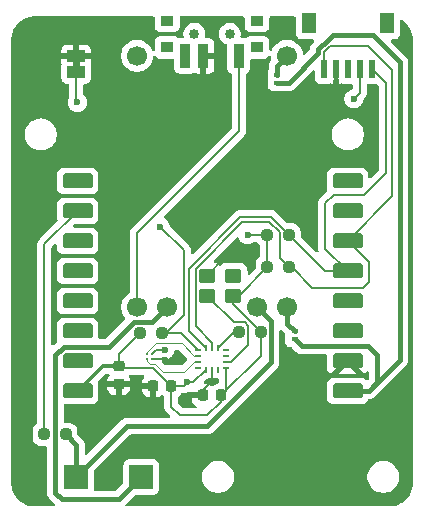
<source format=gtl>
G04 #@! TF.GenerationSoftware,KiCad,Pcbnew,9.0.2*
G04 #@! TF.CreationDate,2025-06-20T18:51:20-07:00*
G04 #@! TF.ProjectId,slime_tracker,736c696d-655f-4747-9261-636b65722e6b,rev?*
G04 #@! TF.SameCoordinates,Original*
G04 #@! TF.FileFunction,Copper,L1,Top*
G04 #@! TF.FilePolarity,Positive*
%FSLAX46Y46*%
G04 Gerber Fmt 4.6, Leading zero omitted, Abs format (unit mm)*
G04 Created by KiCad (PCBNEW 9.0.2) date 2025-06-20 18:51:20*
%MOMM*%
%LPD*%
G01*
G04 APERTURE LIST*
G04 Aperture macros list*
%AMRoundRect*
0 Rectangle with rounded corners*
0 $1 Rounding radius*
0 $2 $3 $4 $5 $6 $7 $8 $9 X,Y pos of 4 corners*
0 Add a 4 corners polygon primitive as box body*
4,1,4,$2,$3,$4,$5,$6,$7,$8,$9,$2,$3,0*
0 Add four circle primitives for the rounded corners*
1,1,$1+$1,$2,$3*
1,1,$1+$1,$4,$5*
1,1,$1+$1,$6,$7*
1,1,$1+$1,$8,$9*
0 Add four rect primitives between the rounded corners*
20,1,$1+$1,$2,$3,$4,$5,0*
20,1,$1+$1,$4,$5,$6,$7,0*
20,1,$1+$1,$6,$7,$8,$9,0*
20,1,$1+$1,$8,$9,$2,$3,0*%
G04 Aperture macros list end*
G04 #@! TA.AperFunction,EtchedComponent*
%ADD10C,0.000000*%
G04 #@! TD*
G04 #@! TA.AperFunction,SMDPad,CuDef*
%ADD11RoundRect,0.250000X0.450000X0.350000X-0.450000X0.350000X-0.450000X-0.350000X0.450000X-0.350000X0*%
G04 #@! TD*
G04 #@! TA.AperFunction,ComponentPad*
%ADD12RoundRect,0.190500X-1.079500X-0.444500X1.079500X-0.444500X1.079500X0.444500X-1.079500X0.444500X0*%
G04 #@! TD*
G04 #@! TA.AperFunction,ComponentPad*
%ADD13C,1.700000*%
G04 #@! TD*
G04 #@! TA.AperFunction,SMDPad,CuDef*
%ADD14R,2.000000X2.000000*%
G04 #@! TD*
G04 #@! TA.AperFunction,SMDPad,CuDef*
%ADD15RoundRect,0.237500X0.250000X0.237500X-0.250000X0.237500X-0.250000X-0.237500X0.250000X-0.237500X0*%
G04 #@! TD*
G04 #@! TA.AperFunction,SMDPad,CuDef*
%ADD16RoundRect,0.237500X-0.250000X-0.237500X0.250000X-0.237500X0.250000X0.237500X-0.250000X0.237500X0*%
G04 #@! TD*
G04 #@! TA.AperFunction,SMDPad,CuDef*
%ADD17R,1.100000X0.930000*%
G04 #@! TD*
G04 #@! TA.AperFunction,SMDPad,CuDef*
%ADD18R,0.900000X2.000000*%
G04 #@! TD*
G04 #@! TA.AperFunction,ComponentPad*
%ADD19C,0.850000*%
G04 #@! TD*
G04 #@! TA.AperFunction,SMDPad,CuDef*
%ADD20R,0.250000X0.475000*%
G04 #@! TD*
G04 #@! TA.AperFunction,SMDPad,CuDef*
%ADD21R,0.475000X0.250000*%
G04 #@! TD*
G04 #@! TA.AperFunction,SMDPad,CuDef*
%ADD22RoundRect,0.225000X0.225000X0.250000X-0.225000X0.250000X-0.225000X-0.250000X0.225000X-0.250000X0*%
G04 #@! TD*
G04 #@! TA.AperFunction,SMDPad,CuDef*
%ADD23RoundRect,0.225000X-0.250000X0.225000X-0.250000X-0.225000X0.250000X-0.225000X0.250000X0.225000X0*%
G04 #@! TD*
G04 #@! TA.AperFunction,SMDPad,CuDef*
%ADD24C,0.250000*%
G04 #@! TD*
G04 #@! TA.AperFunction,SMDPad,CuDef*
%ADD25R,1.500000X1.000000*%
G04 #@! TD*
G04 #@! TA.AperFunction,SMDPad,CuDef*
%ADD26R,0.600000X0.400000*%
G04 #@! TD*
G04 #@! TA.AperFunction,SMDPad,CuDef*
%ADD27R,0.600000X1.550000*%
G04 #@! TD*
G04 #@! TA.AperFunction,SMDPad,CuDef*
%ADD28R,1.200000X1.800000*%
G04 #@! TD*
G04 #@! TA.AperFunction,ViaPad*
%ADD29C,0.600000*%
G04 #@! TD*
G04 #@! TA.AperFunction,Conductor*
%ADD30C,0.100000*%
G04 #@! TD*
G04 #@! TA.AperFunction,Conductor*
%ADD31C,0.400000*%
G04 #@! TD*
G04 #@! TA.AperFunction,Conductor*
%ADD32C,0.200000*%
G04 #@! TD*
G04 #@! TA.AperFunction,Conductor*
%ADD33C,0.300000*%
G04 #@! TD*
G04 APERTURE END LIST*
D10*
G04 #@! TA.AperFunction,EtchedComponent*
G36*
X128800000Y-74800000D02*
G01*
X128200000Y-74800000D01*
X128200000Y-74300000D01*
X128800000Y-74300000D01*
X128800000Y-74800000D01*
G37*
G04 #@! TD.AperFunction*
D11*
X141800000Y-92450000D03*
X139600000Y-92450000D03*
X139600000Y-94150000D03*
X141800000Y-94150000D03*
D12*
X151470000Y-102220000D03*
X151470000Y-99680000D03*
X151470000Y-97140000D03*
X151470000Y-94600000D03*
X151470000Y-92060000D03*
X151470000Y-89520000D03*
X151470000Y-86980000D03*
X151470000Y-84440000D03*
X128610000Y-102220000D03*
X128610000Y-99680000D03*
X128610000Y-97140000D03*
X128610000Y-94600000D03*
X128610000Y-92060000D03*
X128610000Y-89520000D03*
X128610000Y-86980000D03*
X128610000Y-84440000D03*
D13*
X146350000Y-73840000D03*
X133650000Y-73840000D03*
X146350000Y-95110000D03*
X143810000Y-95110000D03*
X136190000Y-95110000D03*
X133650000Y-95110000D03*
D14*
X134000000Y-109500000D03*
D15*
X125787500Y-105900000D03*
X127612500Y-105900000D03*
D16*
X146500000Y-91750000D03*
X144675000Y-91750000D03*
X146500000Y-89000000D03*
X144675000Y-89000000D03*
D15*
X142287500Y-97200000D03*
X144112500Y-97200000D03*
D16*
X135725000Y-97300000D03*
X133900000Y-97300000D03*
D17*
X143800000Y-73140000D03*
X143800000Y-70870000D03*
X136200000Y-70870000D03*
X136200000Y-73140000D03*
D18*
X137750000Y-73850000D03*
X139250000Y-73850000D03*
X142250000Y-73850000D03*
D19*
X138500000Y-72000000D03*
X141500000Y-72000000D03*
D20*
X139500000Y-98587500D03*
X140000000Y-98587500D03*
X140500000Y-98587500D03*
D21*
X141162500Y-98750000D03*
X141162500Y-99250000D03*
X141162500Y-99750000D03*
X141162500Y-100250000D03*
D20*
X140500000Y-100412500D03*
X140000000Y-100412500D03*
X139500000Y-100412500D03*
D21*
X138837500Y-100250000D03*
X138837500Y-99750000D03*
X138837500Y-99250000D03*
X138837500Y-98750000D03*
D22*
X135000000Y-101800000D03*
X136550000Y-101800000D03*
X139225000Y-102600000D03*
X140775000Y-102600000D03*
D23*
X132100000Y-101650000D03*
X132100000Y-100100000D03*
D24*
X134900000Y-99500000D03*
X134500000Y-99500000D03*
X134900000Y-99100000D03*
X134500000Y-99100000D03*
D25*
X128500000Y-73900000D03*
X128500000Y-75200000D03*
D26*
X147000000Y-97820000D03*
X147000000Y-97180000D03*
X145500000Y-76120000D03*
X145500000Y-75480000D03*
D27*
X153500000Y-74940000D03*
X152500000Y-74940000D03*
X151500000Y-74940000D03*
X150500000Y-74940000D03*
X149500000Y-74940000D03*
D28*
X154800000Y-71060000D03*
X148200000Y-71060000D03*
D14*
X128500000Y-109500000D03*
D29*
X128600000Y-77800000D03*
X135600000Y-88300000D03*
X148200000Y-88300000D03*
X130800000Y-101900000D03*
X124800000Y-107600000D03*
X132200000Y-107700000D03*
X131000000Y-96100000D03*
X129900000Y-105700000D03*
X131600000Y-108900000D03*
X133100000Y-103900000D03*
X134700000Y-106600000D03*
X139100000Y-80800000D03*
X142500000Y-82100000D03*
X134900000Y-104000000D03*
X137800000Y-103100000D03*
X134900000Y-103200000D03*
X137900000Y-101500000D03*
X136000000Y-99600000D03*
X136000000Y-98750000D03*
X143000000Y-89000000D03*
X152000000Y-77500000D03*
X140000000Y-88000000D03*
X137000000Y-83000000D03*
X141000000Y-84000000D03*
X142000000Y-91000000D03*
D30*
X137648000Y-100600000D02*
X138498000Y-99750000D01*
X135846388Y-100600000D02*
X137648000Y-100600000D01*
X135145388Y-99899000D02*
X135846388Y-100600000D01*
X134722224Y-99899000D02*
X135145388Y-99899000D01*
X138498000Y-99750000D02*
X138837500Y-99750000D01*
X134500000Y-99676776D02*
X134722224Y-99899000D01*
X134500000Y-99500000D02*
X134500000Y-99676776D01*
D31*
X134876000Y-96424000D02*
X136190000Y-95110000D01*
X133378944Y-96424000D02*
X134876000Y-96424000D01*
X131302944Y-98500000D02*
X133378944Y-96424000D01*
X126724000Y-99200212D02*
X127424212Y-98500000D01*
X126724000Y-110824000D02*
X126724000Y-99200212D01*
X127424212Y-98500000D02*
X131302944Y-98500000D01*
X132100000Y-111400000D02*
X127300000Y-111400000D01*
X127300000Y-111400000D02*
X126724000Y-110824000D01*
X134000000Y-109500000D02*
X132100000Y-111400000D01*
D32*
X139225000Y-102175000D02*
X139225000Y-102600000D01*
X140000000Y-101400000D02*
X139225000Y-102175000D01*
X140000000Y-100412500D02*
X140000000Y-101400000D01*
D31*
X155900000Y-99600000D02*
X153280000Y-102220000D01*
X155900000Y-74400000D02*
X155900000Y-99600000D01*
X153600000Y-72100000D02*
X155900000Y-74400000D01*
X150200000Y-72100000D02*
X153600000Y-72100000D01*
X149792480Y-72499000D02*
X149801000Y-72499000D01*
X148999000Y-73292480D02*
X149792480Y-72499000D01*
X149801000Y-72499000D02*
X150200000Y-72100000D01*
X148999000Y-73601000D02*
X148999000Y-73292480D01*
X145500000Y-76120000D02*
X146480000Y-76120000D01*
X146480000Y-76120000D02*
X148999000Y-73601000D01*
D32*
X137600000Y-90300000D02*
X135600000Y-88300000D01*
X136096586Y-97300000D02*
X137600000Y-95796586D01*
X135725000Y-97300000D02*
X136096586Y-97300000D01*
X137600000Y-95796586D02*
X137600000Y-90300000D01*
X128500000Y-77700000D02*
X128500000Y-75200000D01*
X128600000Y-77800000D02*
X128500000Y-77700000D01*
X154750000Y-76190000D02*
X153500000Y-74940000D01*
X154750000Y-83750000D02*
X154750000Y-76190000D01*
X152900000Y-85600000D02*
X154750000Y-83750000D01*
X149600000Y-86300000D02*
X150300000Y-85600000D01*
X151470000Y-92060000D02*
X149600000Y-90190000D01*
X149600000Y-90190000D02*
X149600000Y-86300000D01*
X150300000Y-85600000D02*
X152900000Y-85600000D01*
X138412500Y-101500000D02*
X139500000Y-100412500D01*
X137900000Y-101500000D02*
X138412500Y-101500000D01*
X135926000Y-99526000D02*
X134926000Y-99526000D01*
X136000000Y-99600000D02*
X135926000Y-99526000D01*
X136000000Y-98750000D02*
X135250000Y-98750000D01*
X135250000Y-98750000D02*
X134926000Y-99074000D01*
X137600000Y-101800000D02*
X137900000Y-101500000D01*
X136550000Y-101800000D02*
X137600000Y-101800000D01*
D30*
X138473000Y-99250000D02*
X138837500Y-99250000D01*
X135223224Y-98200000D02*
X137423000Y-98200000D01*
X134500000Y-98923224D02*
X135223224Y-98200000D01*
X134500000Y-99100000D02*
X134500000Y-98923224D01*
X137423000Y-98200000D02*
X138473000Y-99250000D01*
D32*
X139600000Y-104300000D02*
X140775000Y-103125000D01*
X140775000Y-103125000D02*
X140775000Y-102600000D01*
X137300000Y-104300000D02*
X139600000Y-104300000D01*
X136550000Y-103550000D02*
X137300000Y-104300000D01*
X136550000Y-101800000D02*
X136550000Y-103550000D01*
D31*
X145001000Y-99740532D02*
X145001000Y-96301000D01*
X139541532Y-105200000D02*
X145001000Y-99740532D01*
X132800000Y-105200000D02*
X139541532Y-105200000D01*
X145001000Y-96301000D02*
X143810000Y-95110000D01*
X128500000Y-109500000D02*
X132800000Y-105200000D01*
D32*
X135000000Y-100250000D02*
X136550000Y-101800000D01*
X132250000Y-100250000D02*
X135000000Y-100250000D01*
X132100000Y-100100000D02*
X132250000Y-100250000D01*
D31*
X128500000Y-109500000D02*
X128500000Y-106787500D01*
X128500000Y-106787500D02*
X127612500Y-105900000D01*
D32*
X125787500Y-105900000D02*
X125787500Y-89802500D01*
X125787500Y-89802500D02*
X128610000Y-86980000D01*
X144675000Y-91750000D02*
X144675000Y-89000000D01*
X141800000Y-94150000D02*
X142275000Y-94150000D01*
X140775000Y-102600000D02*
X141162500Y-102212500D01*
X142275000Y-94150000D02*
X144675000Y-91750000D01*
X141800000Y-94887500D02*
X144112500Y-97200000D01*
X140775000Y-102600000D02*
X144112500Y-99262500D01*
X152000000Y-77500000D02*
X152500000Y-77000000D01*
X152500000Y-77000000D02*
X152500000Y-74940000D01*
D33*
X130730000Y-100100000D02*
X132100000Y-100100000D01*
D32*
X132100000Y-99100000D02*
X133900000Y-97300000D01*
X144112500Y-99262500D02*
X144112500Y-97200000D01*
X141162500Y-102212500D02*
X141162500Y-100250000D01*
X132100000Y-100100000D02*
X132100000Y-99100000D01*
D33*
X128610000Y-102220000D02*
X130730000Y-100100000D01*
D32*
X141800000Y-94150000D02*
X141800000Y-94887500D01*
X144675000Y-89000000D02*
X143000000Y-89000000D01*
X138599000Y-91864840D02*
X142563840Y-87900000D01*
X155250000Y-75013000D02*
X155250000Y-85740000D01*
X145711500Y-90961500D02*
X146500000Y-91750000D01*
X140000000Y-98123000D02*
X138599000Y-96722000D01*
X151470000Y-89520000D02*
X153250000Y-91300000D01*
X146750000Y-91750000D02*
X146500000Y-91750000D01*
X153250000Y-91300000D02*
X153250000Y-93000000D01*
X140000000Y-98587500D02*
X140000000Y-98123000D01*
X152750000Y-93500000D02*
X148500000Y-93500000D01*
X155250000Y-85740000D02*
X151470000Y-89520000D01*
X153237000Y-73000000D02*
X155250000Y-75013000D01*
X145711500Y-88780866D02*
X145711500Y-90961500D01*
X149500000Y-73500000D02*
X150000000Y-73000000D01*
X142563840Y-87900000D02*
X144830634Y-87900000D01*
X150000000Y-73000000D02*
X153237000Y-73000000D01*
X149500000Y-74940000D02*
X149500000Y-73500000D01*
X138599000Y-96722000D02*
X138599000Y-91864840D01*
X153250000Y-93000000D02*
X152750000Y-93500000D01*
X144830634Y-87900000D02*
X145711500Y-88780866D01*
X148500000Y-93500000D02*
X146750000Y-91750000D01*
X149560000Y-92060000D02*
X146500000Y-89000000D01*
X151470000Y-92060000D02*
X149560000Y-92060000D01*
X142397740Y-87499000D02*
X144999000Y-87499000D01*
X138026000Y-91870740D02*
X142397740Y-87499000D01*
X138026000Y-97113500D02*
X138026000Y-91870740D01*
X139500000Y-98587500D02*
X138026000Y-97113500D01*
X144999000Y-87499000D02*
X146500000Y-89000000D01*
X141887500Y-97200000D02*
X140500000Y-98587500D01*
X142287500Y-97200000D02*
X141887500Y-97200000D01*
X137387500Y-97300000D02*
X138837500Y-98750000D01*
X135725000Y-97300000D02*
X137387500Y-97300000D01*
X141050000Y-91000000D02*
X142000000Y-91000000D01*
X139600000Y-92450000D02*
X141050000Y-91000000D01*
X133650000Y-95110000D02*
X133650000Y-88850000D01*
X133650000Y-88850000D02*
X142250000Y-80250000D01*
X142250000Y-80250000D02*
X142250000Y-74350000D01*
D31*
X145500000Y-75480000D02*
X145500000Y-74690000D01*
D32*
X146350000Y-73840000D02*
X146350000Y-74150000D01*
X146350000Y-74150000D02*
X146250000Y-74250000D01*
D31*
X145500000Y-74690000D02*
X146350000Y-73840000D01*
X146350000Y-96530000D02*
X147000000Y-97180000D01*
D32*
X146000000Y-95460000D02*
X146350000Y-95110000D01*
D31*
X146350000Y-95110000D02*
X146350000Y-96530000D01*
X154000000Y-101500000D02*
X153280000Y-102220000D01*
X153280000Y-102220000D02*
X151470000Y-102220000D01*
X147580000Y-98400000D02*
X153200000Y-98400000D01*
X154000000Y-99200000D02*
X154000000Y-101500000D01*
X153200000Y-98400000D02*
X154000000Y-99200000D01*
X147000000Y-97820000D02*
X147580000Y-98400000D01*
D32*
X141874000Y-96424000D02*
X142767134Y-96424000D01*
X139600000Y-94150000D02*
X141874000Y-96424000D01*
X142767134Y-96424000D02*
X143076000Y-96732866D01*
X143076000Y-98301000D02*
X141627000Y-99750000D01*
X143076000Y-96732866D02*
X143076000Y-98301000D01*
X141627000Y-99750000D02*
X141162500Y-99750000D01*
G04 #@! TA.AperFunction,Conductor*
G36*
X135092539Y-70520185D02*
G01*
X135138294Y-70572989D01*
X135149500Y-70624500D01*
X135149500Y-71382870D01*
X135149501Y-71382876D01*
X135155908Y-71442483D01*
X135206202Y-71577328D01*
X135206206Y-71577335D01*
X135292452Y-71692544D01*
X135292455Y-71692547D01*
X135407664Y-71778793D01*
X135407671Y-71778797D01*
X135542517Y-71829091D01*
X135542516Y-71829091D01*
X135549444Y-71829835D01*
X135602127Y-71835500D01*
X136797872Y-71835499D01*
X136857483Y-71829091D01*
X136992331Y-71778796D01*
X137107546Y-71692546D01*
X137193796Y-71577331D01*
X137244091Y-71442483D01*
X137250500Y-71382873D01*
X137250499Y-70624499D01*
X137270183Y-70557461D01*
X137322987Y-70511706D01*
X137374499Y-70500500D01*
X142625500Y-70500500D01*
X142692539Y-70520185D01*
X142738294Y-70572989D01*
X142749500Y-70624500D01*
X142749500Y-71382870D01*
X142749501Y-71382876D01*
X142755908Y-71442483D01*
X142806202Y-71577328D01*
X142806206Y-71577335D01*
X142892452Y-71692544D01*
X142892455Y-71692547D01*
X143007664Y-71778793D01*
X143007671Y-71778797D01*
X143142517Y-71829091D01*
X143142516Y-71829091D01*
X143149444Y-71829835D01*
X143202127Y-71835500D01*
X144397872Y-71835499D01*
X144457483Y-71829091D01*
X144592331Y-71778796D01*
X144707546Y-71692546D01*
X144793796Y-71577331D01*
X144844091Y-71442483D01*
X144850500Y-71382873D01*
X144850499Y-70624499D01*
X144870183Y-70557461D01*
X144922987Y-70511706D01*
X144974499Y-70500500D01*
X146975500Y-70500500D01*
X147042539Y-70520185D01*
X147088294Y-70572989D01*
X147099500Y-70624500D01*
X147099500Y-72007870D01*
X147099501Y-72007876D01*
X147105908Y-72067483D01*
X147156202Y-72202328D01*
X147156206Y-72202335D01*
X147242452Y-72317544D01*
X147242455Y-72317547D01*
X147357664Y-72403793D01*
X147357671Y-72403797D01*
X147492517Y-72454091D01*
X147492516Y-72454091D01*
X147499444Y-72454835D01*
X147552127Y-72460500D01*
X148540960Y-72460499D01*
X148607999Y-72480183D01*
X148653754Y-72532987D01*
X148663698Y-72602146D01*
X148634673Y-72665702D01*
X148628641Y-72672180D01*
X148454887Y-72845934D01*
X148378224Y-72960670D01*
X148325421Y-73088148D01*
X148325420Y-73088151D01*
X148325420Y-73088152D01*
X148322726Y-73101698D01*
X148298500Y-73223487D01*
X148298500Y-73268497D01*
X148297195Y-73277422D01*
X148286219Y-73301303D01*
X148278815Y-73326520D01*
X148269076Y-73338605D01*
X148268018Y-73340908D01*
X148266373Y-73341959D01*
X148262181Y-73347162D01*
X147896528Y-73712814D01*
X147835205Y-73746299D01*
X147765513Y-73741315D01*
X147709580Y-73699443D01*
X147686375Y-73644532D01*
X147667246Y-73523757D01*
X147601557Y-73321588D01*
X147505051Y-73132184D01*
X147505049Y-73132181D01*
X147505048Y-73132179D01*
X147380109Y-72960213D01*
X147229786Y-72809890D01*
X147057820Y-72684951D01*
X146868414Y-72588444D01*
X146868413Y-72588443D01*
X146868412Y-72588443D01*
X146666243Y-72522754D01*
X146666241Y-72522753D01*
X146666240Y-72522753D01*
X146497048Y-72495956D01*
X146456287Y-72489500D01*
X146243713Y-72489500D01*
X146202952Y-72495956D01*
X146033760Y-72522753D01*
X145831585Y-72588444D01*
X145642179Y-72684951D01*
X145470213Y-72809890D01*
X145319890Y-72960213D01*
X145194951Y-73132179D01*
X145098442Y-73321588D01*
X145092428Y-73340097D01*
X145052989Y-73397771D01*
X144988629Y-73424966D01*
X144919783Y-73413049D01*
X144868309Y-73365803D01*
X144850499Y-73301776D01*
X144850499Y-72627128D01*
X144844091Y-72567517D01*
X144834262Y-72541165D01*
X144793797Y-72432671D01*
X144793793Y-72432664D01*
X144707547Y-72317455D01*
X144707544Y-72317452D01*
X144592335Y-72231206D01*
X144592328Y-72231202D01*
X144457482Y-72180908D01*
X144457483Y-72180908D01*
X144397883Y-72174501D01*
X144397881Y-72174500D01*
X144397873Y-72174500D01*
X144397864Y-72174500D01*
X143202129Y-72174500D01*
X143202123Y-72174501D01*
X143142516Y-72180908D01*
X143007671Y-72231202D01*
X143007664Y-72231206D01*
X142892448Y-72317457D01*
X142891420Y-72318486D01*
X142890145Y-72319181D01*
X142885355Y-72322768D01*
X142884838Y-72322078D01*
X142830092Y-72351963D01*
X142790498Y-72354082D01*
X142747873Y-72349500D01*
X142747867Y-72349500D01*
X142525206Y-72349500D01*
X142458167Y-72329815D01*
X142412412Y-72277011D01*
X142402468Y-72207853D01*
X142403589Y-72201308D01*
X142425500Y-72091156D01*
X142425500Y-71908843D01*
X142389934Y-71730047D01*
X142389933Y-71730046D01*
X142389933Y-71730042D01*
X142385081Y-71718327D01*
X142320168Y-71561612D01*
X142320166Y-71561608D01*
X142218886Y-71410032D01*
X142218880Y-71410024D01*
X142089975Y-71281119D01*
X142089967Y-71281113D01*
X141938391Y-71179833D01*
X141938387Y-71179831D01*
X141769962Y-71110068D01*
X141769952Y-71110065D01*
X141591156Y-71074500D01*
X141591154Y-71074500D01*
X141408846Y-71074500D01*
X141408844Y-71074500D01*
X141230047Y-71110065D01*
X141230037Y-71110068D01*
X141061612Y-71179831D01*
X141061608Y-71179833D01*
X140910032Y-71281113D01*
X140910024Y-71281119D01*
X140781119Y-71410024D01*
X140781113Y-71410032D01*
X140679833Y-71561608D01*
X140679831Y-71561612D01*
X140610068Y-71730037D01*
X140610065Y-71730047D01*
X140574500Y-71908843D01*
X140574500Y-71908846D01*
X140574500Y-72091154D01*
X140574500Y-72091156D01*
X140574499Y-72091156D01*
X140610065Y-72269952D01*
X140610068Y-72269962D01*
X140679831Y-72438387D01*
X140679833Y-72438391D01*
X140781113Y-72589967D01*
X140781119Y-72589975D01*
X140910024Y-72718880D01*
X140910032Y-72718886D01*
X141061608Y-72820166D01*
X141061612Y-72820168D01*
X141175665Y-72867409D01*
X141222952Y-72886996D01*
X141277356Y-72930836D01*
X141299421Y-72997130D01*
X141299500Y-73001557D01*
X141299500Y-74897870D01*
X141299501Y-74897876D01*
X141305908Y-74957483D01*
X141356202Y-75092328D01*
X141356206Y-75092335D01*
X141442452Y-75207544D01*
X141442455Y-75207547D01*
X141557665Y-75293794D01*
X141557667Y-75293794D01*
X141557669Y-75293796D01*
X141568830Y-75297958D01*
X141624764Y-75339826D01*
X141649184Y-75405289D01*
X141649500Y-75414141D01*
X141649500Y-79949902D01*
X141629815Y-80016941D01*
X141613181Y-80037583D01*
X133169481Y-88481282D01*
X133169479Y-88481285D01*
X133140325Y-88531783D01*
X133140324Y-88531785D01*
X133090423Y-88618214D01*
X133088558Y-88625175D01*
X133049499Y-88770943D01*
X133049499Y-88770945D01*
X133049499Y-88939046D01*
X133049500Y-88939059D01*
X133049500Y-93824281D01*
X133029815Y-93891320D01*
X132981795Y-93934765D01*
X132942185Y-93954947D01*
X132942184Y-93954948D01*
X132770213Y-94079890D01*
X132619890Y-94230213D01*
X132494951Y-94402179D01*
X132398444Y-94591585D01*
X132332753Y-94793760D01*
X132299500Y-95003713D01*
X132299500Y-95216287D01*
X132332754Y-95426243D01*
X132348200Y-95473782D01*
X132398444Y-95628414D01*
X132494951Y-95817820D01*
X132619890Y-95989786D01*
X132633514Y-96003410D01*
X132666999Y-96064733D01*
X132662015Y-96134425D01*
X132633514Y-96178772D01*
X131049106Y-97763181D01*
X130987783Y-97796666D01*
X130961425Y-97799500D01*
X130501816Y-97799500D01*
X130434777Y-97779815D01*
X130389022Y-97727011D01*
X130378325Y-97664278D01*
X130380500Y-97640347D01*
X130380499Y-96639654D01*
X130380499Y-96639653D01*
X130380499Y-96639645D01*
X130374174Y-96570033D01*
X130374171Y-96570022D01*
X130324252Y-96409824D01*
X130324250Y-96409820D01*
X130237443Y-96266222D01*
X130237439Y-96266217D01*
X130118782Y-96147560D01*
X130118777Y-96147556D01*
X129975180Y-96060750D01*
X129975179Y-96060749D01*
X129975178Y-96060749D01*
X129814971Y-96010827D01*
X129814969Y-96010826D01*
X129814967Y-96010826D01*
X129766221Y-96006396D01*
X129745347Y-96004500D01*
X129745344Y-96004500D01*
X127474645Y-96004500D01*
X127405033Y-96010825D01*
X127405022Y-96010828D01*
X127244824Y-96060747D01*
X127244820Y-96060749D01*
X127101222Y-96147556D01*
X127101217Y-96147560D01*
X126982560Y-96266217D01*
X126982556Y-96266222D01*
X126895750Y-96409819D01*
X126895750Y-96409820D01*
X126895749Y-96409822D01*
X126885354Y-96443181D01*
X126845826Y-96570032D01*
X126839500Y-96639655D01*
X126839500Y-97640354D01*
X126845825Y-97709966D01*
X126845828Y-97709977D01*
X126895747Y-97870175D01*
X126895749Y-97870179D01*
X126908646Y-97891513D01*
X126926482Y-97959068D01*
X126904964Y-98025541D01*
X126890210Y-98043343D01*
X126599681Y-98333873D01*
X126538358Y-98367358D01*
X126468667Y-98362374D01*
X126412733Y-98320503D01*
X126388316Y-98255038D01*
X126388000Y-98246192D01*
X126388000Y-94099655D01*
X126839500Y-94099655D01*
X126839500Y-95100354D01*
X126845825Y-95169966D01*
X126845828Y-95169977D01*
X126895747Y-95330175D01*
X126895749Y-95330179D01*
X126982556Y-95473777D01*
X126982560Y-95473782D01*
X127101217Y-95592439D01*
X127101222Y-95592443D01*
X127221815Y-95665343D01*
X127244822Y-95679251D01*
X127405029Y-95729173D01*
X127474653Y-95735500D01*
X129745346Y-95735499D01*
X129745353Y-95735499D01*
X129814966Y-95729174D01*
X129814969Y-95729173D01*
X129814971Y-95729173D01*
X129975178Y-95679251D01*
X130059276Y-95628412D01*
X130118777Y-95592443D01*
X130118778Y-95592441D01*
X130118783Y-95592439D01*
X130237439Y-95473783D01*
X130324251Y-95330178D01*
X130374173Y-95169971D01*
X130380500Y-95100347D01*
X130380499Y-94099654D01*
X130380499Y-94099653D01*
X130380499Y-94099645D01*
X130374174Y-94030033D01*
X130374171Y-94030022D01*
X130324252Y-93869824D01*
X130324250Y-93869820D01*
X130237443Y-93726222D01*
X130237439Y-93726217D01*
X130118782Y-93607560D01*
X130118777Y-93607556D01*
X129975180Y-93520750D01*
X129975179Y-93520749D01*
X129975178Y-93520749D01*
X129814971Y-93470827D01*
X129814969Y-93470826D01*
X129814967Y-93470826D01*
X129766221Y-93466396D01*
X129745347Y-93464500D01*
X129745344Y-93464500D01*
X127474645Y-93464500D01*
X127405033Y-93470825D01*
X127405022Y-93470828D01*
X127244824Y-93520747D01*
X127244820Y-93520749D01*
X127101222Y-93607556D01*
X127101217Y-93607560D01*
X126982560Y-93726217D01*
X126982556Y-93726222D01*
X126895750Y-93869819D01*
X126845826Y-94030032D01*
X126839500Y-94099655D01*
X126388000Y-94099655D01*
X126388000Y-91559655D01*
X126839500Y-91559655D01*
X126839500Y-92560354D01*
X126845825Y-92629966D01*
X126845828Y-92629977D01*
X126895747Y-92790175D01*
X126895749Y-92790179D01*
X126982556Y-92933777D01*
X126982560Y-92933782D01*
X127101217Y-93052439D01*
X127101222Y-93052443D01*
X127211875Y-93119334D01*
X127244822Y-93139251D01*
X127405029Y-93189173D01*
X127474653Y-93195500D01*
X129745346Y-93195499D01*
X129745353Y-93195499D01*
X129814966Y-93189174D01*
X129814969Y-93189173D01*
X129814971Y-93189173D01*
X129975178Y-93139251D01*
X130049089Y-93094570D01*
X130118777Y-93052443D01*
X130118778Y-93052441D01*
X130118783Y-93052439D01*
X130237439Y-92933783D01*
X130324251Y-92790178D01*
X130374173Y-92629971D01*
X130380500Y-92560347D01*
X130380499Y-91559654D01*
X130380499Y-91559653D01*
X130380499Y-91559645D01*
X130374174Y-91490033D01*
X130374171Y-91490022D01*
X130324252Y-91329824D01*
X130324250Y-91329820D01*
X130237443Y-91186222D01*
X130237438Y-91186216D01*
X130118782Y-91067560D01*
X130118777Y-91067556D01*
X129975180Y-90980750D01*
X129975179Y-90980749D01*
X129975178Y-90980749D01*
X129814971Y-90930827D01*
X129814969Y-90930826D01*
X129814967Y-90930826D01*
X129766221Y-90926396D01*
X129745347Y-90924500D01*
X129745344Y-90924500D01*
X127474645Y-90924500D01*
X127405033Y-90930825D01*
X127405022Y-90930828D01*
X127244824Y-90980747D01*
X127244820Y-90980749D01*
X127101222Y-91067556D01*
X127101217Y-91067560D01*
X126982562Y-91186216D01*
X126982556Y-91186222D01*
X126895750Y-91329819D01*
X126845826Y-91490032D01*
X126839500Y-91559655D01*
X126388000Y-91559655D01*
X126388000Y-90102596D01*
X126407685Y-90035557D01*
X126424315Y-90014919D01*
X126627822Y-89811412D01*
X126689142Y-89777929D01*
X126758833Y-89782913D01*
X126814767Y-89824784D01*
X126839184Y-89890249D01*
X126839500Y-89899094D01*
X126839501Y-90020352D01*
X126845825Y-90089966D01*
X126845828Y-90089977D01*
X126895747Y-90250175D01*
X126895749Y-90250179D01*
X126982556Y-90393777D01*
X126982560Y-90393782D01*
X127101217Y-90512439D01*
X127101222Y-90512443D01*
X127202620Y-90573739D01*
X127244822Y-90599251D01*
X127405029Y-90649173D01*
X127474653Y-90655500D01*
X129745346Y-90655499D01*
X129745353Y-90655499D01*
X129814966Y-90649174D01*
X129814969Y-90649173D01*
X129814971Y-90649173D01*
X129975178Y-90599251D01*
X130060550Y-90547642D01*
X130118777Y-90512443D01*
X130118778Y-90512441D01*
X130118783Y-90512439D01*
X130237439Y-90393783D01*
X130324251Y-90250178D01*
X130374173Y-90089971D01*
X130380500Y-90020347D01*
X130380499Y-89019654D01*
X130380499Y-89019645D01*
X130374174Y-88950033D01*
X130374171Y-88950022D01*
X130324252Y-88789824D01*
X130324250Y-88789820D01*
X130237443Y-88646222D01*
X130237439Y-88646217D01*
X130118782Y-88527560D01*
X130118777Y-88527556D01*
X129975180Y-88440750D01*
X129975179Y-88440749D01*
X129975178Y-88440749D01*
X129814971Y-88390827D01*
X129814969Y-88390826D01*
X129814967Y-88390826D01*
X129766221Y-88386396D01*
X129745347Y-88384500D01*
X129745344Y-88384500D01*
X128354097Y-88384500D01*
X128332851Y-88378261D01*
X128310763Y-88376682D01*
X128299979Y-88368609D01*
X128287058Y-88364815D01*
X128272558Y-88348081D01*
X128254830Y-88334810D01*
X128250122Y-88322189D01*
X128241303Y-88312011D01*
X128238151Y-88290093D01*
X128230413Y-88269346D01*
X128233275Y-88256185D01*
X128231359Y-88242853D01*
X128240558Y-88222709D01*
X128245265Y-88201073D01*
X128258533Y-88183347D01*
X128260384Y-88179297D01*
X128266416Y-88172819D01*
X128287417Y-88151818D01*
X128348740Y-88118333D01*
X128375098Y-88115499D01*
X129745353Y-88115499D01*
X129814966Y-88109174D01*
X129814969Y-88109173D01*
X129814971Y-88109173D01*
X129975178Y-88059251D01*
X130049089Y-88014570D01*
X130118777Y-87972443D01*
X130118778Y-87972441D01*
X130118783Y-87972439D01*
X130237439Y-87853783D01*
X130324251Y-87710178D01*
X130374173Y-87549971D01*
X130380500Y-87480347D01*
X130380499Y-86479654D01*
X130380499Y-86479653D01*
X130380499Y-86479645D01*
X130374174Y-86410033D01*
X130374171Y-86410022D01*
X130324252Y-86249824D01*
X130324250Y-86249820D01*
X130237443Y-86106222D01*
X130237439Y-86106217D01*
X130118782Y-85987560D01*
X130118777Y-85987556D01*
X129975180Y-85900750D01*
X129975179Y-85900749D01*
X129975178Y-85900749D01*
X129814971Y-85850827D01*
X129814969Y-85850826D01*
X129814967Y-85850826D01*
X129766221Y-85846396D01*
X129745347Y-85844500D01*
X129745344Y-85844500D01*
X127474645Y-85844500D01*
X127405033Y-85850825D01*
X127405022Y-85850828D01*
X127244824Y-85900747D01*
X127244820Y-85900749D01*
X127101222Y-85987556D01*
X127101217Y-85987560D01*
X126982560Y-86106217D01*
X126982556Y-86106222D01*
X126895750Y-86249819D01*
X126845826Y-86410032D01*
X126839500Y-86479655D01*
X126839500Y-87480354D01*
X126845825Y-87549966D01*
X126845828Y-87549977D01*
X126895747Y-87710175D01*
X126896294Y-87711079D01*
X126896491Y-87711828D01*
X126898827Y-87717017D01*
X126897964Y-87717405D01*
X126914128Y-87778634D01*
X126892608Y-87845107D01*
X126877856Y-87862907D01*
X125418786Y-89321978D01*
X125306981Y-89433782D01*
X125306975Y-89433790D01*
X125262810Y-89510288D01*
X125262810Y-89510289D01*
X125227923Y-89570715D01*
X125186999Y-89723443D01*
X125186999Y-89723445D01*
X125186999Y-89891546D01*
X125187000Y-89891559D01*
X125187000Y-104942388D01*
X125167315Y-105009427D01*
X125128098Y-105047926D01*
X125076650Y-105079659D01*
X124954661Y-105201648D01*
X124864093Y-105348481D01*
X124864092Y-105348484D01*
X124809826Y-105512247D01*
X124809826Y-105512248D01*
X124809825Y-105512248D01*
X124799500Y-105613315D01*
X124799500Y-106186669D01*
X124799501Y-106186687D01*
X124809825Y-106287752D01*
X124864092Y-106451515D01*
X124864093Y-106451518D01*
X124898395Y-106507129D01*
X124954660Y-106598350D01*
X125076650Y-106720340D01*
X125223484Y-106810908D01*
X125387247Y-106865174D01*
X125488323Y-106875500D01*
X125899500Y-106875499D01*
X125966539Y-106895183D01*
X126012294Y-106947987D01*
X126023500Y-106999499D01*
X126023500Y-110755006D01*
X126023500Y-110892994D01*
X126023500Y-110892996D01*
X126023499Y-110892996D01*
X126050418Y-111028322D01*
X126050421Y-111028332D01*
X126103222Y-111155807D01*
X126179887Y-111270545D01*
X126697161Y-111787819D01*
X126730646Y-111849142D01*
X126725662Y-111918834D01*
X126683790Y-111974767D01*
X126618326Y-111999184D01*
X126609480Y-111999500D01*
X125004067Y-111999500D01*
X124995957Y-111999235D01*
X124747116Y-111982925D01*
X124731035Y-111980807D01*
X124490464Y-111932954D01*
X124474797Y-111928756D01*
X124242520Y-111849909D01*
X124227534Y-111843702D01*
X124007539Y-111735212D01*
X123993492Y-111727102D01*
X123789539Y-111590825D01*
X123776671Y-111580951D01*
X123592250Y-111419218D01*
X123580781Y-111407749D01*
X123460456Y-111270545D01*
X123419045Y-111223325D01*
X123409174Y-111210460D01*
X123272897Y-111006507D01*
X123264787Y-110992460D01*
X123240789Y-110943797D01*
X123156294Y-110772458D01*
X123150090Y-110757479D01*
X123071243Y-110525202D01*
X123067045Y-110509535D01*
X123059186Y-110470026D01*
X123019190Y-110268953D01*
X123017075Y-110252895D01*
X123000765Y-110004043D01*
X123000500Y-109995933D01*
X123000500Y-83939655D01*
X126839500Y-83939655D01*
X126839500Y-84940354D01*
X126845825Y-85009966D01*
X126845828Y-85009977D01*
X126895747Y-85170175D01*
X126895749Y-85170179D01*
X126982556Y-85313777D01*
X126982560Y-85313782D01*
X127101217Y-85432439D01*
X127101222Y-85432443D01*
X127198527Y-85491265D01*
X127244822Y-85519251D01*
X127405029Y-85569173D01*
X127474653Y-85575500D01*
X129745346Y-85575499D01*
X129745353Y-85575499D01*
X129814966Y-85569174D01*
X129814969Y-85569173D01*
X129814971Y-85569173D01*
X129975178Y-85519251D01*
X130106438Y-85439902D01*
X130118777Y-85432443D01*
X130118778Y-85432441D01*
X130118783Y-85432439D01*
X130237439Y-85313783D01*
X130324251Y-85170178D01*
X130374173Y-85009971D01*
X130380500Y-84940347D01*
X130380499Y-83939654D01*
X130380499Y-83939653D01*
X130380499Y-83939645D01*
X130374174Y-83870033D01*
X130374171Y-83870022D01*
X130324252Y-83709824D01*
X130324250Y-83709820D01*
X130237443Y-83566222D01*
X130237439Y-83566217D01*
X130118782Y-83447560D01*
X130118777Y-83447556D01*
X129975180Y-83360750D01*
X129975179Y-83360749D01*
X129975178Y-83360749D01*
X129814971Y-83310827D01*
X129814969Y-83310826D01*
X129814967Y-83310826D01*
X129766221Y-83306396D01*
X129745347Y-83304500D01*
X129745344Y-83304500D01*
X127474645Y-83304500D01*
X127405033Y-83310825D01*
X127405022Y-83310828D01*
X127244824Y-83360747D01*
X127244820Y-83360749D01*
X127101222Y-83447556D01*
X127101217Y-83447560D01*
X126982560Y-83566217D01*
X126982556Y-83566222D01*
X126895750Y-83709819D01*
X126845826Y-83870032D01*
X126839500Y-83939655D01*
X123000500Y-83939655D01*
X123000500Y-80393713D01*
X124149500Y-80393713D01*
X124149500Y-80606287D01*
X124151469Y-80618716D01*
X124182753Y-80816239D01*
X124248444Y-81018414D01*
X124344951Y-81207820D01*
X124469890Y-81379786D01*
X124620213Y-81530109D01*
X124792179Y-81655048D01*
X124792181Y-81655049D01*
X124792184Y-81655051D01*
X124981588Y-81751557D01*
X125183757Y-81817246D01*
X125393713Y-81850500D01*
X125393714Y-81850500D01*
X125606286Y-81850500D01*
X125606287Y-81850500D01*
X125816243Y-81817246D01*
X126018412Y-81751557D01*
X126207816Y-81655051D01*
X126229789Y-81639086D01*
X126379786Y-81530109D01*
X126379788Y-81530106D01*
X126379792Y-81530104D01*
X126530104Y-81379792D01*
X126530106Y-81379788D01*
X126530109Y-81379786D01*
X126655048Y-81207820D01*
X126655047Y-81207820D01*
X126655051Y-81207816D01*
X126751557Y-81018412D01*
X126817246Y-80816243D01*
X126850500Y-80606287D01*
X126850500Y-80393713D01*
X126817246Y-80183757D01*
X126751557Y-79981588D01*
X126655051Y-79792184D01*
X126655049Y-79792181D01*
X126655048Y-79792179D01*
X126530109Y-79620213D01*
X126379786Y-79469890D01*
X126207820Y-79344951D01*
X126018414Y-79248444D01*
X126018413Y-79248443D01*
X126018412Y-79248443D01*
X125816243Y-79182754D01*
X125816241Y-79182753D01*
X125816240Y-79182753D01*
X125654957Y-79157208D01*
X125606287Y-79149500D01*
X125393713Y-79149500D01*
X125345042Y-79157208D01*
X125183760Y-79182753D01*
X124981585Y-79248444D01*
X124792179Y-79344951D01*
X124620213Y-79469890D01*
X124469890Y-79620213D01*
X124344951Y-79792179D01*
X124248444Y-79981585D01*
X124182753Y-80183760D01*
X124153354Y-80369380D01*
X124149500Y-80393713D01*
X123000500Y-80393713D01*
X123000500Y-74652127D01*
X127249500Y-74652127D01*
X127249500Y-74657601D01*
X127249500Y-74657602D01*
X127249500Y-75747870D01*
X127249501Y-75747876D01*
X127255908Y-75807483D01*
X127306202Y-75942328D01*
X127306206Y-75942335D01*
X127392452Y-76057544D01*
X127392455Y-76057547D01*
X127507664Y-76143793D01*
X127507671Y-76143797D01*
X127547878Y-76158793D01*
X127642517Y-76194091D01*
X127702127Y-76200500D01*
X127775500Y-76200499D01*
X127842538Y-76220183D01*
X127888294Y-76272986D01*
X127899500Y-76324499D01*
X127899500Y-77374684D01*
X127890061Y-77422136D01*
X127830264Y-77566498D01*
X127830261Y-77566510D01*
X127799500Y-77721153D01*
X127799500Y-77878846D01*
X127830261Y-78033489D01*
X127830264Y-78033501D01*
X127890602Y-78179172D01*
X127890609Y-78179185D01*
X127978210Y-78310288D01*
X127978213Y-78310292D01*
X128089707Y-78421786D01*
X128089711Y-78421789D01*
X128220814Y-78509390D01*
X128220827Y-78509397D01*
X128366498Y-78569735D01*
X128366503Y-78569737D01*
X128521153Y-78600499D01*
X128521156Y-78600500D01*
X128521158Y-78600500D01*
X128678844Y-78600500D01*
X128678845Y-78600499D01*
X128833497Y-78569737D01*
X128979179Y-78509394D01*
X129110289Y-78421789D01*
X129221789Y-78310289D01*
X129309394Y-78179179D01*
X129369737Y-78033497D01*
X129400500Y-77878842D01*
X129400500Y-77721158D01*
X129400500Y-77721155D01*
X129400499Y-77721153D01*
X129369738Y-77566510D01*
X129369737Y-77566503D01*
X129309532Y-77421153D01*
X129309397Y-77420827D01*
X129309390Y-77420814D01*
X129221789Y-77289711D01*
X129221786Y-77289707D01*
X129136819Y-77204740D01*
X129103334Y-77143417D01*
X129100500Y-77117059D01*
X129100500Y-76324499D01*
X129120185Y-76257460D01*
X129172989Y-76211705D01*
X129224500Y-76200499D01*
X129297871Y-76200499D01*
X129297872Y-76200499D01*
X129357483Y-76194091D01*
X129492331Y-76143796D01*
X129607546Y-76057546D01*
X129693796Y-75942331D01*
X129744091Y-75807483D01*
X129750500Y-75747873D01*
X129750499Y-74652128D01*
X129744091Y-74592517D01*
X129744091Y-74592516D01*
X129742307Y-74584966D01*
X129743559Y-74584669D01*
X129739145Y-74522924D01*
X129743132Y-74509346D01*
X129743598Y-74507375D01*
X129749999Y-74447844D01*
X129750000Y-74447827D01*
X129750000Y-74150000D01*
X127250000Y-74150000D01*
X127250000Y-74447844D01*
X127256401Y-74507372D01*
X127258187Y-74514930D01*
X127256542Y-74515318D01*
X127256827Y-74519317D01*
X127262405Y-74531492D01*
X127262447Y-74566786D01*
X127260554Y-74580062D01*
X127255909Y-74592517D01*
X127249500Y-74652127D01*
X123000500Y-74652127D01*
X123000500Y-73733713D01*
X132299500Y-73733713D01*
X132299500Y-73946286D01*
X132329863Y-74137994D01*
X132332754Y-74156243D01*
X132398371Y-74358191D01*
X132398444Y-74358414D01*
X132494951Y-74547820D01*
X132619890Y-74719786D01*
X132770213Y-74870109D01*
X132942179Y-74995048D01*
X132942181Y-74995049D01*
X132942184Y-74995051D01*
X133131588Y-75091557D01*
X133333757Y-75157246D01*
X133543713Y-75190500D01*
X133543714Y-75190500D01*
X133756286Y-75190500D01*
X133756287Y-75190500D01*
X133966243Y-75157246D01*
X134168412Y-75091557D01*
X134357816Y-74995051D01*
X134394347Y-74968510D01*
X134529786Y-74870109D01*
X134529788Y-74870106D01*
X134529792Y-74870104D01*
X134680104Y-74719792D01*
X134680106Y-74719788D01*
X134680109Y-74719786D01*
X134805048Y-74547820D01*
X134805047Y-74547820D01*
X134805051Y-74547816D01*
X134901557Y-74358412D01*
X134967246Y-74156243D01*
X135000500Y-73946287D01*
X135000500Y-73945102D01*
X135000627Y-73944667D01*
X135000883Y-73941424D01*
X135001564Y-73941477D01*
X135020185Y-73878063D01*
X135072989Y-73832308D01*
X135142147Y-73822364D01*
X135205703Y-73851389D01*
X135223762Y-73870786D01*
X135292454Y-73962546D01*
X135307755Y-73974000D01*
X135407664Y-74048793D01*
X135407671Y-74048797D01*
X135542517Y-74099091D01*
X135542516Y-74099091D01*
X135549444Y-74099835D01*
X135602127Y-74105500D01*
X136675500Y-74105499D01*
X136742539Y-74125183D01*
X136788294Y-74177987D01*
X136799500Y-74229499D01*
X136799500Y-74897870D01*
X136799501Y-74897876D01*
X136805908Y-74957483D01*
X136856202Y-75092328D01*
X136856206Y-75092335D01*
X136942452Y-75207544D01*
X136942455Y-75207547D01*
X137057664Y-75293793D01*
X137057671Y-75293797D01*
X137192517Y-75344091D01*
X137192516Y-75344091D01*
X137199444Y-75344835D01*
X137252127Y-75350500D01*
X138247872Y-75350499D01*
X138307483Y-75344091D01*
X138442331Y-75293796D01*
X138442333Y-75293794D01*
X138450640Y-75290696D01*
X138451225Y-75292265D01*
X138509367Y-75279616D01*
X138549207Y-75291312D01*
X138549602Y-75290253D01*
X138692623Y-75343597D01*
X138692627Y-75343598D01*
X138752155Y-75349999D01*
X138752172Y-75350000D01*
X139000000Y-75350000D01*
X139500000Y-75350000D01*
X139747828Y-75350000D01*
X139747844Y-75349999D01*
X139807372Y-75343598D01*
X139807379Y-75343596D01*
X139942086Y-75293354D01*
X139942093Y-75293350D01*
X140057187Y-75207190D01*
X140057190Y-75207187D01*
X140143350Y-75092093D01*
X140143354Y-75092086D01*
X140193596Y-74957379D01*
X140193598Y-74957372D01*
X140199999Y-74897844D01*
X140200000Y-74897827D01*
X140200000Y-74100000D01*
X139500000Y-74100000D01*
X139500000Y-75350000D01*
X139000000Y-75350000D01*
X139000000Y-73974000D01*
X139019685Y-73906961D01*
X139072489Y-73861206D01*
X139124000Y-73850000D01*
X139250000Y-73850000D01*
X139250000Y-73724000D01*
X139269685Y-73656961D01*
X139322489Y-73611206D01*
X139374000Y-73600000D01*
X140200000Y-73600000D01*
X140200000Y-72802172D01*
X140199999Y-72802155D01*
X140193598Y-72742627D01*
X140193596Y-72742620D01*
X140143354Y-72607913D01*
X140143350Y-72607906D01*
X140057190Y-72492812D01*
X140057187Y-72492809D01*
X139942093Y-72406649D01*
X139942086Y-72406645D01*
X139807379Y-72356403D01*
X139807372Y-72356401D01*
X139747844Y-72350000D01*
X139525107Y-72350000D01*
X139458068Y-72330315D01*
X139412313Y-72277511D01*
X139402369Y-72208353D01*
X139403490Y-72201809D01*
X139425499Y-72091158D01*
X139425500Y-72091156D01*
X139425500Y-71908843D01*
X139389934Y-71730047D01*
X139389933Y-71730046D01*
X139389933Y-71730042D01*
X139385081Y-71718327D01*
X139320168Y-71561612D01*
X139320166Y-71561608D01*
X139218886Y-71410032D01*
X139218880Y-71410024D01*
X139089975Y-71281119D01*
X139089967Y-71281113D01*
X138938391Y-71179833D01*
X138938387Y-71179831D01*
X138769962Y-71110068D01*
X138769952Y-71110065D01*
X138591156Y-71074500D01*
X138591154Y-71074500D01*
X138408846Y-71074500D01*
X138408844Y-71074500D01*
X138230047Y-71110065D01*
X138230037Y-71110068D01*
X138061612Y-71179831D01*
X138061608Y-71179833D01*
X137910032Y-71281113D01*
X137910024Y-71281119D01*
X137781119Y-71410024D01*
X137781113Y-71410032D01*
X137679833Y-71561608D01*
X137679831Y-71561612D01*
X137610068Y-71730037D01*
X137610065Y-71730047D01*
X137574500Y-71908843D01*
X137574500Y-71908846D01*
X137574500Y-72091154D01*
X137574500Y-72091156D01*
X137574499Y-72091156D01*
X137596411Y-72201308D01*
X137590184Y-72270900D01*
X137547321Y-72326077D01*
X137481432Y-72349322D01*
X137474795Y-72349500D01*
X137252130Y-72349500D01*
X137252123Y-72349501D01*
X137209500Y-72354083D01*
X137140740Y-72341676D01*
X137108560Y-72318468D01*
X137107546Y-72317454D01*
X137053521Y-72277011D01*
X136992331Y-72231204D01*
X136992329Y-72231203D01*
X136992328Y-72231202D01*
X136857482Y-72180908D01*
X136857483Y-72180908D01*
X136797883Y-72174501D01*
X136797881Y-72174500D01*
X136797873Y-72174500D01*
X136797864Y-72174500D01*
X135602129Y-72174500D01*
X135602123Y-72174501D01*
X135542516Y-72180908D01*
X135407671Y-72231202D01*
X135407664Y-72231206D01*
X135292455Y-72317452D01*
X135292452Y-72317455D01*
X135206206Y-72432664D01*
X135206202Y-72432671D01*
X135155908Y-72567517D01*
X135151249Y-72610857D01*
X135149501Y-72627123D01*
X135149500Y-72627135D01*
X135149500Y-73301775D01*
X135129815Y-73368814D01*
X135077011Y-73414569D01*
X135007853Y-73424513D01*
X134944297Y-73395488D01*
X134907569Y-73340092D01*
X134907086Y-73338605D01*
X134901557Y-73321588D01*
X134805051Y-73132184D01*
X134805049Y-73132181D01*
X134805048Y-73132179D01*
X134680109Y-72960213D01*
X134529786Y-72809890D01*
X134357820Y-72684951D01*
X134168414Y-72588444D01*
X134168413Y-72588443D01*
X134168412Y-72588443D01*
X133966243Y-72522754D01*
X133966241Y-72522753D01*
X133966240Y-72522753D01*
X133797048Y-72495956D01*
X133756287Y-72489500D01*
X133543713Y-72489500D01*
X133502952Y-72495956D01*
X133333760Y-72522753D01*
X133131585Y-72588444D01*
X132942179Y-72684951D01*
X132770213Y-72809890D01*
X132619890Y-72960213D01*
X132494951Y-73132179D01*
X132398444Y-73321585D01*
X132398444Y-73321586D01*
X132398443Y-73321588D01*
X132365598Y-73422672D01*
X132332753Y-73523760D01*
X132299500Y-73733713D01*
X123000500Y-73733713D01*
X123000500Y-73352155D01*
X127250000Y-73352155D01*
X127250000Y-73650000D01*
X128250000Y-73650000D01*
X128750000Y-73650000D01*
X129750000Y-73650000D01*
X129750000Y-73352172D01*
X129749999Y-73352155D01*
X129743598Y-73292627D01*
X129743596Y-73292620D01*
X129693354Y-73157913D01*
X129693350Y-73157906D01*
X129607190Y-73042812D01*
X129607187Y-73042809D01*
X129492093Y-72956649D01*
X129492086Y-72956645D01*
X129357379Y-72906403D01*
X129357372Y-72906401D01*
X129297844Y-72900000D01*
X128750000Y-72900000D01*
X128750000Y-73650000D01*
X128250000Y-73650000D01*
X128250000Y-72900000D01*
X127702155Y-72900000D01*
X127642627Y-72906401D01*
X127642620Y-72906403D01*
X127507913Y-72956645D01*
X127507906Y-72956649D01*
X127392812Y-73042809D01*
X127392809Y-73042812D01*
X127306649Y-73157906D01*
X127306645Y-73157913D01*
X127256403Y-73292620D01*
X127256401Y-73292627D01*
X127250000Y-73352155D01*
X123000500Y-73352155D01*
X123000500Y-72504066D01*
X123000765Y-72495956D01*
X123004913Y-72432664D01*
X123017075Y-72247102D01*
X123019190Y-72231048D01*
X123067045Y-71990462D01*
X123071243Y-71974797D01*
X123118528Y-71835499D01*
X123150093Y-71742512D01*
X123156291Y-71727547D01*
X123264790Y-71507533D01*
X123272893Y-71493498D01*
X123409182Y-71289527D01*
X123419039Y-71276681D01*
X123580786Y-71092244D01*
X123592244Y-71080786D01*
X123776681Y-70919039D01*
X123789527Y-70909182D01*
X123993498Y-70772893D01*
X124007533Y-70764790D01*
X124227547Y-70656291D01*
X124242512Y-70650093D01*
X124469653Y-70572989D01*
X124474797Y-70571243D01*
X124490464Y-70567045D01*
X124731048Y-70519190D01*
X124747102Y-70517075D01*
X124995957Y-70500765D01*
X125004067Y-70500500D01*
X125065892Y-70500500D01*
X135025500Y-70500500D01*
X135092539Y-70520185D01*
G37*
G04 #@! TD.AperFunction*
G04 #@! TA.AperFunction,Conductor*
G36*
X156053249Y-70815568D02*
G01*
X156061552Y-70815717D01*
X156093387Y-70830948D01*
X156210464Y-70909177D01*
X156223325Y-70919045D01*
X156338040Y-71019648D01*
X156407749Y-71080781D01*
X156419218Y-71092250D01*
X156580951Y-71276671D01*
X156590825Y-71289539D01*
X156727102Y-71493492D01*
X156735212Y-71507539D01*
X156843702Y-71727534D01*
X156849909Y-71742520D01*
X156928756Y-71974797D01*
X156932954Y-71990464D01*
X156980807Y-72231035D01*
X156982925Y-72247116D01*
X156999235Y-72495956D01*
X156999500Y-72504066D01*
X156999500Y-109995933D01*
X156999235Y-110004043D01*
X156982925Y-110252883D01*
X156980807Y-110268964D01*
X156932954Y-110509535D01*
X156928756Y-110525202D01*
X156849909Y-110757479D01*
X156843702Y-110772465D01*
X156735212Y-110992460D01*
X156727102Y-111006507D01*
X156590825Y-111210460D01*
X156580951Y-111223328D01*
X156419218Y-111407749D01*
X156407749Y-111419218D01*
X156223328Y-111580951D01*
X156210460Y-111590825D01*
X156006507Y-111727102D01*
X155992460Y-111735212D01*
X155772465Y-111843702D01*
X155757479Y-111849909D01*
X155525202Y-111928756D01*
X155509535Y-111932954D01*
X155268964Y-111980807D01*
X155252883Y-111982925D01*
X155004043Y-111999235D01*
X154995933Y-111999500D01*
X132790520Y-111999500D01*
X132723481Y-111979815D01*
X132677726Y-111927011D01*
X132667782Y-111857853D01*
X132696807Y-111794297D01*
X132702839Y-111787819D01*
X133453838Y-111036818D01*
X133515161Y-111003333D01*
X133541519Y-111000499D01*
X135047871Y-111000499D01*
X135047872Y-111000499D01*
X135107483Y-110994091D01*
X135242331Y-110943796D01*
X135357546Y-110857546D01*
X135443796Y-110742331D01*
X135494091Y-110607483D01*
X135500500Y-110547873D01*
X135500499Y-109393713D01*
X139149500Y-109393713D01*
X139149500Y-109606287D01*
X139182754Y-109816243D01*
X139245658Y-110009842D01*
X139248444Y-110018414D01*
X139344951Y-110207820D01*
X139469890Y-110379786D01*
X139620213Y-110530109D01*
X139792179Y-110655048D01*
X139792181Y-110655049D01*
X139792184Y-110655051D01*
X139981588Y-110751557D01*
X140183757Y-110817246D01*
X140393713Y-110850500D01*
X140393714Y-110850500D01*
X140606286Y-110850500D01*
X140606287Y-110850500D01*
X140816243Y-110817246D01*
X141018412Y-110751557D01*
X141207816Y-110655051D01*
X141273290Y-110607482D01*
X141379786Y-110530109D01*
X141379788Y-110530106D01*
X141379792Y-110530104D01*
X141530104Y-110379792D01*
X141530106Y-110379788D01*
X141530109Y-110379786D01*
X141655048Y-110207820D01*
X141655047Y-110207820D01*
X141655051Y-110207816D01*
X141751557Y-110018412D01*
X141817246Y-109816243D01*
X141850500Y-109606287D01*
X141850500Y-109393713D01*
X153149500Y-109393713D01*
X153149500Y-109606287D01*
X153182754Y-109816243D01*
X153245658Y-110009842D01*
X153248444Y-110018414D01*
X153344951Y-110207820D01*
X153469890Y-110379786D01*
X153620213Y-110530109D01*
X153792179Y-110655048D01*
X153792181Y-110655049D01*
X153792184Y-110655051D01*
X153981588Y-110751557D01*
X154183757Y-110817246D01*
X154393713Y-110850500D01*
X154393714Y-110850500D01*
X154606286Y-110850500D01*
X154606287Y-110850500D01*
X154816243Y-110817246D01*
X155018412Y-110751557D01*
X155207816Y-110655051D01*
X155273290Y-110607482D01*
X155379786Y-110530109D01*
X155379788Y-110530106D01*
X155379792Y-110530104D01*
X155530104Y-110379792D01*
X155530106Y-110379788D01*
X155530109Y-110379786D01*
X155655048Y-110207820D01*
X155655047Y-110207820D01*
X155655051Y-110207816D01*
X155751557Y-110018412D01*
X155817246Y-109816243D01*
X155850500Y-109606287D01*
X155850500Y-109393713D01*
X155817246Y-109183757D01*
X155751557Y-108981588D01*
X155655051Y-108792184D01*
X155655049Y-108792181D01*
X155655048Y-108792179D01*
X155530109Y-108620213D01*
X155379786Y-108469890D01*
X155207820Y-108344951D01*
X155018414Y-108248444D01*
X155018413Y-108248443D01*
X155018412Y-108248443D01*
X154816243Y-108182754D01*
X154816241Y-108182753D01*
X154816240Y-108182753D01*
X154654957Y-108157208D01*
X154606287Y-108149500D01*
X154393713Y-108149500D01*
X154345042Y-108157208D01*
X154183760Y-108182753D01*
X153981585Y-108248444D01*
X153792179Y-108344951D01*
X153620213Y-108469890D01*
X153469890Y-108620213D01*
X153344951Y-108792179D01*
X153248444Y-108981585D01*
X153182753Y-109183760D01*
X153149500Y-109393713D01*
X141850500Y-109393713D01*
X141817246Y-109183757D01*
X141751557Y-108981588D01*
X141655051Y-108792184D01*
X141655049Y-108792181D01*
X141655048Y-108792179D01*
X141530109Y-108620213D01*
X141379786Y-108469890D01*
X141207820Y-108344951D01*
X141018414Y-108248444D01*
X141018413Y-108248443D01*
X141018412Y-108248443D01*
X140816243Y-108182754D01*
X140816241Y-108182753D01*
X140816240Y-108182753D01*
X140654957Y-108157208D01*
X140606287Y-108149500D01*
X140393713Y-108149500D01*
X140345042Y-108157208D01*
X140183760Y-108182753D01*
X139981585Y-108248444D01*
X139792179Y-108344951D01*
X139620213Y-108469890D01*
X139469890Y-108620213D01*
X139344951Y-108792179D01*
X139248444Y-108981585D01*
X139182753Y-109183760D01*
X139149500Y-109393713D01*
X135500499Y-109393713D01*
X135500499Y-108452128D01*
X135494091Y-108392517D01*
X135476349Y-108344949D01*
X135443797Y-108257671D01*
X135443793Y-108257664D01*
X135357547Y-108142455D01*
X135357544Y-108142452D01*
X135242335Y-108056206D01*
X135242328Y-108056202D01*
X135107482Y-108005908D01*
X135107483Y-108005908D01*
X135047883Y-107999501D01*
X135047881Y-107999500D01*
X135047873Y-107999500D01*
X135047864Y-107999500D01*
X132952129Y-107999500D01*
X132952123Y-107999501D01*
X132892516Y-108005908D01*
X132757671Y-108056202D01*
X132757664Y-108056206D01*
X132642455Y-108142452D01*
X132642452Y-108142455D01*
X132556206Y-108257664D01*
X132556202Y-108257671D01*
X132505908Y-108392517D01*
X132499501Y-108452116D01*
X132499501Y-108452123D01*
X132499500Y-108452135D01*
X132499500Y-109958480D01*
X132479815Y-110025519D01*
X132463181Y-110046161D01*
X131846162Y-110663181D01*
X131784839Y-110696666D01*
X131758481Y-110699500D01*
X130122244Y-110699500D01*
X130055205Y-110679815D01*
X130009450Y-110627011D01*
X129998954Y-110562247D01*
X130000500Y-110547873D01*
X130000499Y-109041517D01*
X130020184Y-108974479D01*
X130036813Y-108953842D01*
X133053837Y-105936819D01*
X133115160Y-105903334D01*
X133141518Y-105900500D01*
X139610528Y-105900500D01*
X139701572Y-105882389D01*
X139745860Y-105873580D01*
X139812495Y-105845979D01*
X139873339Y-105820777D01*
X139873340Y-105820776D01*
X139873343Y-105820775D01*
X139988075Y-105744114D01*
X145545114Y-100187075D01*
X145621775Y-100072343D01*
X145629895Y-100052741D01*
X145674578Y-99944864D01*
X145674580Y-99944860D01*
X145683389Y-99900572D01*
X145701500Y-99809528D01*
X145701500Y-97171519D01*
X145721185Y-97104480D01*
X145773989Y-97058725D01*
X145843147Y-97048781D01*
X145906703Y-97077806D01*
X145913181Y-97083838D01*
X146163181Y-97333838D01*
X146175326Y-97356080D01*
X146190880Y-97376094D01*
X146193344Y-97389078D01*
X146196666Y-97395161D01*
X146199004Y-97410441D01*
X146199500Y-97415979D01*
X146199501Y-97427872D01*
X146205909Y-97487483D01*
X146205916Y-97487502D01*
X146206044Y-97488925D01*
X146205830Y-97490002D01*
X146205830Y-97513251D01*
X146199500Y-97572127D01*
X146199500Y-97572134D01*
X146199500Y-97572135D01*
X146199500Y-98067870D01*
X146199501Y-98067876D01*
X146205908Y-98127483D01*
X146256202Y-98262328D01*
X146256206Y-98262335D01*
X146342452Y-98377544D01*
X146342455Y-98377547D01*
X146457664Y-98463793D01*
X146457671Y-98463797D01*
X146592516Y-98514091D01*
X146652116Y-98520499D01*
X146652118Y-98520499D01*
X146652127Y-98520500D01*
X146658470Y-98520499D01*
X146725509Y-98540177D01*
X146746161Y-98556818D01*
X147133453Y-98944111D01*
X147133454Y-98944112D01*
X147248192Y-99020777D01*
X147375667Y-99073578D01*
X147375672Y-99073580D01*
X147375676Y-99073580D01*
X147375677Y-99073581D01*
X147511003Y-99100500D01*
X147511006Y-99100500D01*
X147511007Y-99100500D01*
X149576000Y-99100500D01*
X149643039Y-99120185D01*
X149688794Y-99172989D01*
X149700000Y-99224500D01*
X149700000Y-100180308D01*
X149706321Y-100249875D01*
X149706323Y-100249883D01*
X149756208Y-100409970D01*
X149756209Y-100409972D01*
X149842954Y-100553467D01*
X149842957Y-100553471D01*
X149961530Y-100672044D01*
X150063039Y-100733406D01*
X150063040Y-100733406D01*
X150098224Y-100698223D01*
X151070000Y-99726446D01*
X151070000Y-99732661D01*
X151097259Y-99834394D01*
X151149920Y-99925606D01*
X151224394Y-100000080D01*
X151315606Y-100052741D01*
X151417339Y-100080000D01*
X151423552Y-100080000D01*
X150688551Y-100814998D01*
X150688552Y-100814999D01*
X152251447Y-100814999D01*
X152251447Y-100814998D01*
X151516448Y-100080000D01*
X151522661Y-100080000D01*
X151624394Y-100052741D01*
X151715606Y-100000080D01*
X151790080Y-99925606D01*
X151842741Y-99834394D01*
X151870000Y-99732661D01*
X151870000Y-99726449D01*
X152876957Y-100733406D01*
X152876958Y-100733406D01*
X152978473Y-100672040D01*
X153087819Y-100562695D01*
X153149142Y-100529210D01*
X153218834Y-100534194D01*
X153274767Y-100576066D01*
X153299184Y-100641530D01*
X153299500Y-100650376D01*
X153299500Y-101158480D01*
X153290855Y-101187920D01*
X153284332Y-101217907D01*
X153280577Y-101222922D01*
X153279815Y-101225519D01*
X153263181Y-101246161D01*
X153217963Y-101291379D01*
X153156640Y-101324864D01*
X153086948Y-101319880D01*
X153042601Y-101291379D01*
X152978782Y-101227560D01*
X152978777Y-101227556D01*
X152835180Y-101140750D01*
X152835179Y-101140749D01*
X152835178Y-101140749D01*
X152674971Y-101090827D01*
X152674969Y-101090826D01*
X152674967Y-101090826D01*
X152626221Y-101086396D01*
X152605347Y-101084500D01*
X152605344Y-101084500D01*
X150334645Y-101084500D01*
X150265033Y-101090825D01*
X150265022Y-101090828D01*
X150104824Y-101140747D01*
X150104820Y-101140749D01*
X149961222Y-101227556D01*
X149961217Y-101227560D01*
X149842560Y-101346217D01*
X149842556Y-101346222D01*
X149755750Y-101489819D01*
X149705826Y-101650032D01*
X149699500Y-101719655D01*
X149699500Y-102720354D01*
X149705825Y-102789966D01*
X149705828Y-102789977D01*
X149755747Y-102950175D01*
X149755749Y-102950179D01*
X149842556Y-103093777D01*
X149842560Y-103093782D01*
X149961217Y-103212439D01*
X149961222Y-103212443D01*
X150066792Y-103276261D01*
X150104822Y-103299251D01*
X150265029Y-103349173D01*
X150334653Y-103355500D01*
X152605346Y-103355499D01*
X152605353Y-103355499D01*
X152674966Y-103349174D01*
X152674969Y-103349173D01*
X152674971Y-103349173D01*
X152835178Y-103299251D01*
X152916810Y-103249903D01*
X152978777Y-103212443D01*
X152978778Y-103212441D01*
X152978783Y-103212439D01*
X153097439Y-103093783D01*
X153166011Y-102980351D01*
X153217538Y-102933163D01*
X153272128Y-102920500D01*
X153348996Y-102920500D01*
X153460378Y-102898344D01*
X153484328Y-102893580D01*
X153589540Y-102850000D01*
X153611807Y-102840777D01*
X153611808Y-102840776D01*
X153611811Y-102840775D01*
X153726543Y-102764114D01*
X154544114Y-101946543D01*
X154544115Y-101946542D01*
X156444114Y-100046543D01*
X156520775Y-99931811D01*
X156573580Y-99804328D01*
X156587836Y-99732661D01*
X156600500Y-99668995D01*
X156600500Y-74331006D01*
X156600499Y-74331002D01*
X156574343Y-74199504D01*
X156573580Y-74195671D01*
X156520776Y-74068190D01*
X156444112Y-73953454D01*
X156444111Y-73953453D01*
X155162837Y-72672180D01*
X155129352Y-72610857D01*
X155134336Y-72541165D01*
X155176208Y-72485232D01*
X155241672Y-72460815D01*
X155250518Y-72460499D01*
X155447871Y-72460499D01*
X155447872Y-72460499D01*
X155507483Y-72454091D01*
X155642331Y-72403796D01*
X155757546Y-72317546D01*
X155843796Y-72202331D01*
X155894091Y-72067483D01*
X155900500Y-72007873D01*
X155900499Y-70934051D01*
X155903362Y-70924299D01*
X155902096Y-70914217D01*
X155913038Y-70891346D01*
X155920183Y-70867013D01*
X155927864Y-70860356D01*
X155932251Y-70851189D01*
X155953823Y-70837863D01*
X155972987Y-70821258D01*
X155983046Y-70819811D01*
X155991694Y-70814470D01*
X156017048Y-70814922D01*
X156042146Y-70811314D01*
X156053249Y-70815568D01*
G37*
G04 #@! TD.AperFunction*
G04 #@! TA.AperFunction,Conductor*
G36*
X131265165Y-100770185D02*
G01*
X131285807Y-100786819D01*
X131286660Y-100787672D01*
X131297466Y-100807463D01*
X131310920Y-100822989D01*
X131312698Y-100835357D01*
X131320145Y-100848995D01*
X131318322Y-100874474D01*
X131320864Y-100892147D01*
X131316352Y-100902025D01*
X131315161Y-100918687D01*
X131292984Y-100953194D01*
X131291839Y-100955703D01*
X131291044Y-100956213D01*
X131286663Y-100963031D01*
X131277428Y-100972265D01*
X131277424Y-100972271D01*
X131188457Y-101116507D01*
X131188452Y-101116518D01*
X131135144Y-101277393D01*
X131125000Y-101376677D01*
X131125000Y-101400000D01*
X133074999Y-101400000D01*
X133074999Y-101376692D01*
X133074998Y-101376677D01*
X133064855Y-101277392D01*
X133011547Y-101116518D01*
X133011542Y-101116507D01*
X132964103Y-101039597D01*
X132945662Y-100972205D01*
X132966584Y-100905541D01*
X133020226Y-100860772D01*
X133069641Y-100850500D01*
X134149833Y-100850500D01*
X134216872Y-100870185D01*
X134262627Y-100922989D01*
X134272571Y-100992147D01*
X134243546Y-101055703D01*
X134237514Y-101062181D01*
X134202427Y-101097267D01*
X134202424Y-101097271D01*
X134113457Y-101241507D01*
X134113452Y-101241518D01*
X134060144Y-101402393D01*
X134050000Y-101501677D01*
X134050000Y-101550000D01*
X134876000Y-101550000D01*
X134943039Y-101569685D01*
X134988794Y-101622489D01*
X135000000Y-101674000D01*
X135000000Y-101800000D01*
X135126000Y-101800000D01*
X135193039Y-101819685D01*
X135238794Y-101872489D01*
X135250000Y-101924000D01*
X135250000Y-102774999D01*
X135273308Y-102774999D01*
X135273322Y-102774998D01*
X135372607Y-102764855D01*
X135533481Y-102711547D01*
X135533492Y-102711542D01*
X135677731Y-102622573D01*
X135686959Y-102613345D01*
X135687609Y-102612989D01*
X135687973Y-102612342D01*
X135718244Y-102596258D01*
X135748279Y-102579856D01*
X135749018Y-102579908D01*
X135749675Y-102579560D01*
X135783844Y-102582396D01*
X135817971Y-102584835D01*
X135818811Y-102585300D01*
X135819305Y-102585341D01*
X135821690Y-102586893D01*
X135850087Y-102602609D01*
X135856556Y-102607568D01*
X135871956Y-102622968D01*
X135895955Y-102637771D01*
X135900941Y-102641593D01*
X135917995Y-102664926D01*
X135937321Y-102686412D01*
X135938955Y-102693603D01*
X135942170Y-102698002D01*
X135942965Y-102711248D01*
X135949500Y-102740004D01*
X135949500Y-103463330D01*
X135949499Y-103463348D01*
X135949499Y-103629054D01*
X135949498Y-103629054D01*
X135990423Y-103781785D01*
X136019358Y-103831900D01*
X136019359Y-103831904D01*
X136019360Y-103831904D01*
X136069479Y-103918714D01*
X136069481Y-103918717D01*
X136188349Y-104037585D01*
X136188355Y-104037590D01*
X136438584Y-104287819D01*
X136472069Y-104349142D01*
X136467085Y-104418834D01*
X136425213Y-104474767D01*
X136359749Y-104499184D01*
X136350903Y-104499500D01*
X132731003Y-104499500D01*
X132622590Y-104521065D01*
X132622589Y-104521065D01*
X132609131Y-104523742D01*
X132595673Y-104526419D01*
X132558330Y-104541887D01*
X132468190Y-104579224D01*
X132468186Y-104579226D01*
X132353462Y-104655882D01*
X132353459Y-104655884D01*
X132353457Y-104655887D01*
X129412181Y-107597162D01*
X129350858Y-107630647D01*
X129281166Y-107625663D01*
X129225233Y-107583791D01*
X129200816Y-107518327D01*
X129200500Y-107509481D01*
X129200500Y-106718504D01*
X129173581Y-106583177D01*
X129173580Y-106583176D01*
X129173580Y-106583172D01*
X129173578Y-106583167D01*
X129120778Y-106455695D01*
X129120771Y-106455682D01*
X129047846Y-106346543D01*
X129047841Y-106346535D01*
X129044113Y-106340955D01*
X128636818Y-105933660D01*
X128603333Y-105872337D01*
X128600499Y-105845979D01*
X128600499Y-105613330D01*
X128600498Y-105613313D01*
X128590174Y-105512247D01*
X128535908Y-105348484D01*
X128445340Y-105201650D01*
X128323350Y-105079660D01*
X128176516Y-104989092D01*
X128012753Y-104934826D01*
X128012751Y-104934825D01*
X127911684Y-104924500D01*
X127911677Y-104924500D01*
X127548500Y-104924500D01*
X127481461Y-104904815D01*
X127435706Y-104852011D01*
X127424500Y-104800500D01*
X127424500Y-103479499D01*
X127444185Y-103412460D01*
X127496989Y-103366705D01*
X127548495Y-103355499D01*
X129745346Y-103355499D01*
X129745353Y-103355499D01*
X129814966Y-103349174D01*
X129814969Y-103349173D01*
X129814971Y-103349173D01*
X129975178Y-103299251D01*
X130056810Y-103249903D01*
X130118777Y-103212443D01*
X130118778Y-103212441D01*
X130118783Y-103212439D01*
X130237439Y-103093783D01*
X130324251Y-102950178D01*
X130374173Y-102789971D01*
X130380500Y-102720347D01*
X130380499Y-101923322D01*
X131125001Y-101923322D01*
X131135144Y-102022607D01*
X131188452Y-102183481D01*
X131188457Y-102183492D01*
X131277424Y-102327728D01*
X131277427Y-102327732D01*
X131397267Y-102447572D01*
X131397271Y-102447575D01*
X131541507Y-102536542D01*
X131541518Y-102536547D01*
X131702393Y-102589855D01*
X131801683Y-102599999D01*
X132350000Y-102599999D01*
X132398308Y-102599999D01*
X132398322Y-102599998D01*
X132497607Y-102589855D01*
X132658481Y-102536547D01*
X132658492Y-102536542D01*
X132802728Y-102447575D01*
X132802732Y-102447572D01*
X132922572Y-102327732D01*
X132922575Y-102327728D01*
X133011542Y-102183492D01*
X133011547Y-102183481D01*
X133039766Y-102098322D01*
X134050001Y-102098322D01*
X134060144Y-102197607D01*
X134113452Y-102358481D01*
X134113457Y-102358492D01*
X134202424Y-102502728D01*
X134202427Y-102502732D01*
X134322267Y-102622572D01*
X134322271Y-102622575D01*
X134466507Y-102711542D01*
X134466518Y-102711547D01*
X134627393Y-102764855D01*
X134726683Y-102774999D01*
X134750000Y-102774998D01*
X134750000Y-102050000D01*
X134050001Y-102050000D01*
X134050001Y-102098322D01*
X133039766Y-102098322D01*
X133064856Y-102022606D01*
X133068592Y-101986036D01*
X133068592Y-101986035D01*
X133074999Y-101923321D01*
X133075000Y-101923309D01*
X133075000Y-101900000D01*
X132350000Y-101900000D01*
X132350000Y-102599999D01*
X131801683Y-102599999D01*
X131849999Y-102599998D01*
X131850000Y-102599998D01*
X131850000Y-101900000D01*
X131125001Y-101900000D01*
X131125001Y-101923322D01*
X130380499Y-101923322D01*
X130380499Y-101719654D01*
X130380499Y-101719653D01*
X130380499Y-101719645D01*
X130374174Y-101650033D01*
X130374172Y-101650025D01*
X130331316Y-101512496D01*
X130330164Y-101442636D01*
X130362018Y-101387926D01*
X130963127Y-100786819D01*
X130990054Y-100772115D01*
X131015873Y-100755523D01*
X131022073Y-100754631D01*
X131024450Y-100753334D01*
X131050808Y-100750500D01*
X131198126Y-100750500D01*
X131265165Y-100770185D01*
G37*
G04 #@! TD.AperFunction*
G04 #@! TA.AperFunction,Conductor*
G36*
X138196399Y-102277294D02*
G01*
X138251577Y-102320156D01*
X138255076Y-102330076D01*
X138275000Y-102350000D01*
X139101000Y-102350000D01*
X139168039Y-102369685D01*
X139213794Y-102422489D01*
X139225000Y-102474000D01*
X139225000Y-102726000D01*
X139205315Y-102793039D01*
X139152511Y-102838794D01*
X139101000Y-102850000D01*
X138275001Y-102850000D01*
X138275001Y-102898322D01*
X138285144Y-102997607D01*
X138338452Y-103158481D01*
X138338457Y-103158492D01*
X138427424Y-103302728D01*
X138427427Y-103302732D01*
X138547267Y-103422572D01*
X138547271Y-103422575D01*
X138624096Y-103469962D01*
X138670821Y-103521910D01*
X138682042Y-103590872D01*
X138654199Y-103654954D01*
X138596130Y-103693810D01*
X138558999Y-103699500D01*
X137600097Y-103699500D01*
X137533058Y-103679815D01*
X137512416Y-103663181D01*
X137186819Y-103337584D01*
X137153334Y-103276261D01*
X137150500Y-103249903D01*
X137150500Y-102740004D01*
X137170185Y-102672965D01*
X137209403Y-102634465D01*
X137228044Y-102622968D01*
X137347968Y-102503044D01*
X137374887Y-102459402D01*
X137382473Y-102452578D01*
X137386712Y-102443297D01*
X137408010Y-102429609D01*
X137426835Y-102412678D01*
X137438471Y-102410033D01*
X137445490Y-102405523D01*
X137480425Y-102400500D01*
X137513331Y-102400500D01*
X137513347Y-102400501D01*
X137520943Y-102400501D01*
X137679054Y-102400501D01*
X137679057Y-102400501D01*
X137831785Y-102359577D01*
X137881904Y-102330639D01*
X137893952Y-102323682D01*
X137905341Y-102317109D01*
X137905406Y-102317093D01*
X137967334Y-102300500D01*
X137978844Y-102300500D01*
X138042027Y-102287931D01*
X138126809Y-102271067D01*
X138196399Y-102277294D01*
G37*
G04 #@! TD.AperFunction*
G04 #@! TA.AperFunction,Conductor*
G36*
X140059398Y-101040526D02*
G01*
X140074318Y-101050114D01*
X140075338Y-101050878D01*
X140091890Y-101073001D01*
X140108817Y-101089919D01*
X140110570Y-101097967D01*
X140117193Y-101106820D01*
X140124972Y-101149972D01*
X140125000Y-101150000D01*
X140172828Y-101150000D01*
X140172839Y-101149999D01*
X140234395Y-101143380D01*
X140252749Y-101142774D01*
X140265378Y-101143293D01*
X140267517Y-101144091D01*
X140327127Y-101150500D01*
X140440556Y-101150499D01*
X140443096Y-101150604D01*
X140473860Y-101161028D01*
X140505039Y-101170183D01*
X140506769Y-101172179D01*
X140509270Y-101173027D01*
X140529515Y-101198430D01*
X140550794Y-101222987D01*
X140551435Y-101225934D01*
X140552816Y-101227667D01*
X140553702Y-101236359D01*
X140562000Y-101274499D01*
X140562000Y-101506358D01*
X140542315Y-101573397D01*
X140489511Y-101619152D01*
X140450602Y-101629716D01*
X140402291Y-101634651D01*
X140402289Y-101634651D01*
X140241305Y-101687996D01*
X140241294Y-101688001D01*
X140096959Y-101777029D01*
X140096953Y-101777033D01*
X140087324Y-101786663D01*
X140026000Y-101820146D01*
X139956308Y-101815159D01*
X139911965Y-101786660D01*
X139902732Y-101777427D01*
X139902728Y-101777424D01*
X139758492Y-101688457D01*
X139758481Y-101688452D01*
X139597606Y-101635144D01*
X139498322Y-101625000D01*
X139436095Y-101625000D01*
X139369056Y-101605315D01*
X139323301Y-101552511D01*
X139313357Y-101483353D01*
X139342382Y-101419797D01*
X139348400Y-101413333D01*
X139574916Y-101186818D01*
X139597287Y-101174602D01*
X139617455Y-101159008D01*
X139630269Y-101156592D01*
X139636239Y-101153333D01*
X139651822Y-101150968D01*
X139657199Y-101150499D01*
X139672872Y-101150499D01*
X139732483Y-101144091D01*
X139733039Y-101143883D01*
X139741575Y-101143139D01*
X139742773Y-101143380D01*
X139765607Y-101143381D01*
X139827157Y-101149999D01*
X139827172Y-101150000D01*
X139875000Y-101150000D01*
X139875051Y-101149948D01*
X139876282Y-101145755D01*
X139875314Y-101141309D01*
X139886036Y-101112537D01*
X139894685Y-101083084D01*
X139898567Y-101078912D01*
X139899713Y-101075839D01*
X139924658Y-101050880D01*
X139925669Y-101050124D01*
X139991121Y-101025692D01*
X140059398Y-101040526D01*
G37*
G04 #@! TD.AperFunction*
G04 #@! TA.AperFunction,Conductor*
G36*
X137210652Y-98770185D02*
G01*
X137231294Y-98786819D01*
X137869294Y-99424819D01*
X137902779Y-99486142D01*
X137897795Y-99555834D01*
X137869294Y-99600181D01*
X137456294Y-100013181D01*
X137394971Y-100046666D01*
X137368613Y-100049500D01*
X136125775Y-100049500D01*
X136058736Y-100029815D01*
X136038094Y-100013181D01*
X135778609Y-99753696D01*
X135745124Y-99692373D01*
X135750108Y-99622681D01*
X135791980Y-99566748D01*
X135857444Y-99542331D01*
X135890480Y-99544397D01*
X135909441Y-99548169D01*
X135921157Y-99550500D01*
X135921158Y-99550500D01*
X136078844Y-99550500D01*
X136078845Y-99550499D01*
X136233497Y-99519737D01*
X136379179Y-99459394D01*
X136510289Y-99371789D01*
X136621789Y-99260289D01*
X136709394Y-99129179D01*
X136769737Y-98983497D01*
X136777571Y-98944112D01*
X136796231Y-98850308D01*
X136810945Y-98822177D01*
X136824135Y-98793297D01*
X136827024Y-98791440D01*
X136828616Y-98788397D01*
X136856208Y-98772684D01*
X136882913Y-98755523D01*
X136887506Y-98754862D01*
X136889332Y-98753823D01*
X136917848Y-98750500D01*
X137143613Y-98750500D01*
X137210652Y-98770185D01*
G37*
G04 #@! TD.AperFunction*
G04 #@! TA.AperFunction,Conductor*
G36*
X142185919Y-89229669D02*
G01*
X142241852Y-89271541D01*
X142257146Y-89298399D01*
X142290602Y-89379173D01*
X142290609Y-89379185D01*
X142378210Y-89510288D01*
X142378213Y-89510292D01*
X142489707Y-89621786D01*
X142489711Y-89621789D01*
X142620814Y-89709390D01*
X142620827Y-89709397D01*
X142766498Y-89769735D01*
X142766503Y-89769737D01*
X142921153Y-89800499D01*
X142921156Y-89800500D01*
X142921158Y-89800500D01*
X143078844Y-89800500D01*
X143078845Y-89800499D01*
X143233497Y-89769737D01*
X143379179Y-89709394D01*
X143379185Y-89709390D01*
X143510875Y-89621398D01*
X143528921Y-89615747D01*
X143544831Y-89605523D01*
X143575792Y-89601071D01*
X143577553Y-89600520D01*
X143579766Y-89600500D01*
X143712599Y-89600500D01*
X143779638Y-89620185D01*
X143818138Y-89659404D01*
X143842160Y-89698350D01*
X143964150Y-89820340D01*
X144015597Y-89852072D01*
X144062321Y-89904017D01*
X144074500Y-89957610D01*
X144074500Y-90792388D01*
X144054815Y-90859427D01*
X144015598Y-90897926D01*
X143964150Y-90929659D01*
X143842161Y-91051648D01*
X143751593Y-91198481D01*
X143751592Y-91198484D01*
X143697326Y-91362247D01*
X143697326Y-91362248D01*
X143697325Y-91362248D01*
X143687000Y-91463315D01*
X143687000Y-91837401D01*
X143667315Y-91904440D01*
X143650681Y-91925082D01*
X143212180Y-92363583D01*
X143150857Y-92397068D01*
X143081165Y-92392084D01*
X143025232Y-92350212D01*
X143000815Y-92284748D01*
X143000499Y-92275902D01*
X143000499Y-92049998D01*
X143000498Y-92049981D01*
X142989999Y-91947203D01*
X142989998Y-91947200D01*
X142953614Y-91837401D01*
X142934814Y-91780666D01*
X142842712Y-91631344D01*
X142718656Y-91507288D01*
X142569334Y-91415186D01*
X142402797Y-91360001D01*
X142402795Y-91360000D01*
X142300010Y-91349500D01*
X141299998Y-91349500D01*
X141299980Y-91349501D01*
X141197203Y-91360000D01*
X141197200Y-91360001D01*
X141030668Y-91415185D01*
X141030663Y-91415187D01*
X140881345Y-91507287D01*
X140787327Y-91601305D01*
X140726003Y-91634789D01*
X140656312Y-91629805D01*
X140611965Y-91601304D01*
X140518345Y-91507684D01*
X140369124Y-91415643D01*
X140369119Y-91415641D01*
X140205661Y-91361476D01*
X140148216Y-91321703D01*
X140121393Y-91257187D01*
X140133708Y-91188411D01*
X140156978Y-91156096D01*
X142054906Y-89258168D01*
X142116227Y-89224685D01*
X142185919Y-89229669D01*
G37*
G04 #@! TD.AperFunction*
G04 #@! TA.AperFunction,Conductor*
G36*
X144888135Y-73824917D02*
G01*
X144901859Y-73823936D01*
X144921045Y-73834412D01*
X144942047Y-73840472D01*
X144951105Y-73850826D01*
X144963182Y-73857421D01*
X144973658Y-73876607D01*
X144988050Y-73893059D01*
X144994585Y-73914934D01*
X144996666Y-73918745D01*
X144997195Y-73923671D01*
X144998153Y-73926876D01*
X144999500Y-73935940D01*
X144999500Y-73946287D01*
X145024368Y-74103300D01*
X145024464Y-74103942D01*
X145019731Y-74137994D01*
X145015329Y-74172064D01*
X145014931Y-74172535D01*
X145014847Y-74173147D01*
X144989495Y-74209847D01*
X144955885Y-74243458D01*
X144879223Y-74358191D01*
X144826421Y-74485667D01*
X144826421Y-74485669D01*
X144826420Y-74485672D01*
X144807995Y-74578302D01*
X144805168Y-74592516D01*
X144799500Y-74621006D01*
X144799500Y-74938561D01*
X144779815Y-75005600D01*
X144774767Y-75012872D01*
X144756204Y-75037668D01*
X144756202Y-75037671D01*
X144705910Y-75172513D01*
X144705909Y-75172517D01*
X144699500Y-75232127D01*
X144699500Y-75232134D01*
X144699500Y-75232135D01*
X144699500Y-75727870D01*
X144699501Y-75727876D01*
X144705830Y-75786750D01*
X144705830Y-75813251D01*
X144699500Y-75872127D01*
X144699500Y-75872134D01*
X144699500Y-75872135D01*
X144699500Y-76367870D01*
X144699501Y-76367876D01*
X144705908Y-76427483D01*
X144756202Y-76562328D01*
X144756206Y-76562335D01*
X144842452Y-76677544D01*
X144842455Y-76677547D01*
X144957664Y-76763793D01*
X144957671Y-76763797D01*
X145002618Y-76780561D01*
X145092517Y-76814091D01*
X145152127Y-76820500D01*
X145421005Y-76820499D01*
X145421017Y-76820500D01*
X145431007Y-76820500D01*
X146548996Y-76820500D01*
X146640040Y-76802389D01*
X146684328Y-76793580D01*
X146756233Y-76763796D01*
X146811807Y-76740777D01*
X146811808Y-76740776D01*
X146811811Y-76740775D01*
X146926543Y-76664114D01*
X148487821Y-75102834D01*
X148549142Y-75069351D01*
X148618833Y-75074335D01*
X148674767Y-75116206D01*
X148699184Y-75181671D01*
X148699500Y-75190517D01*
X148699500Y-75762870D01*
X148699501Y-75762876D01*
X148705908Y-75822483D01*
X148756202Y-75957328D01*
X148756206Y-75957335D01*
X148842452Y-76072544D01*
X148842455Y-76072547D01*
X148957664Y-76158793D01*
X148957671Y-76158797D01*
X149002618Y-76175561D01*
X149092517Y-76209091D01*
X149152127Y-76215500D01*
X149847872Y-76215499D01*
X149907483Y-76209091D01*
X149957382Y-76190479D01*
X150027069Y-76185494D01*
X150044048Y-76190479D01*
X150092628Y-76208598D01*
X150092627Y-76208598D01*
X150152155Y-76214999D01*
X150152172Y-76215000D01*
X150250000Y-76215000D01*
X150250000Y-75963068D01*
X150257817Y-75919737D01*
X150294091Y-75822483D01*
X150300500Y-75762873D01*
X150300499Y-75063998D01*
X150303049Y-75055313D01*
X150301761Y-75046353D01*
X150312738Y-75022316D01*
X150320183Y-74996961D01*
X150327025Y-74991032D01*
X150330786Y-74982797D01*
X150353017Y-74968510D01*
X150372987Y-74951206D01*
X150383502Y-74948918D01*
X150389564Y-74945023D01*
X150424499Y-74940000D01*
X150575501Y-74940000D01*
X150642540Y-74959685D01*
X150688295Y-75012489D01*
X150699501Y-75064000D01*
X150699501Y-75762876D01*
X150705908Y-75822481D01*
X150705909Y-75822483D01*
X150742182Y-75919737D01*
X150750000Y-75963068D01*
X150750000Y-76215000D01*
X150847828Y-76215000D01*
X150847844Y-76214999D01*
X150907372Y-76208598D01*
X150907375Y-76208597D01*
X150955949Y-76190480D01*
X151025640Y-76185494D01*
X151042610Y-76190477D01*
X151092517Y-76209091D01*
X151152127Y-76215500D01*
X151775500Y-76215499D01*
X151842539Y-76235183D01*
X151888294Y-76287987D01*
X151899500Y-76339499D01*
X151899500Y-76602044D01*
X151879815Y-76669083D01*
X151827011Y-76714838D01*
X151799691Y-76723661D01*
X151766510Y-76730261D01*
X151766498Y-76730264D01*
X151620827Y-76790602D01*
X151620814Y-76790609D01*
X151489711Y-76878210D01*
X151489707Y-76878213D01*
X151378213Y-76989707D01*
X151378210Y-76989711D01*
X151290609Y-77120814D01*
X151290602Y-77120827D01*
X151230264Y-77266498D01*
X151230261Y-77266510D01*
X151199500Y-77421153D01*
X151199500Y-77578846D01*
X151230261Y-77733489D01*
X151230264Y-77733501D01*
X151290602Y-77879172D01*
X151290609Y-77879185D01*
X151378210Y-78010288D01*
X151378213Y-78010292D01*
X151489707Y-78121786D01*
X151489711Y-78121789D01*
X151620814Y-78209390D01*
X151620827Y-78209397D01*
X151766498Y-78269735D01*
X151766503Y-78269737D01*
X151921153Y-78300499D01*
X151921156Y-78300500D01*
X151921158Y-78300500D01*
X152078844Y-78300500D01*
X152078845Y-78300499D01*
X152233497Y-78269737D01*
X152379179Y-78209394D01*
X152510289Y-78121789D01*
X152621789Y-78010289D01*
X152709394Y-77879179D01*
X152769737Y-77733497D01*
X152785738Y-77653052D01*
X152800638Y-77578151D01*
X152833023Y-77516240D01*
X152834510Y-77514724D01*
X152980520Y-77368716D01*
X153059577Y-77231784D01*
X153100501Y-77079057D01*
X153100501Y-76920942D01*
X153100501Y-76913347D01*
X153100500Y-76913329D01*
X153100500Y-76339499D01*
X153120185Y-76272460D01*
X153172989Y-76226705D01*
X153224495Y-76215499D01*
X153847872Y-76215499D01*
X153859664Y-76214231D01*
X153861924Y-76214639D01*
X153864077Y-76213836D01*
X153896137Y-76220810D01*
X153928423Y-76226634D01*
X153930805Y-76228352D01*
X153932350Y-76228688D01*
X153960604Y-76249839D01*
X154113181Y-76402416D01*
X154146666Y-76463739D01*
X154149500Y-76490097D01*
X154149500Y-83449902D01*
X154129815Y-83516941D01*
X154113181Y-83537583D01*
X153452180Y-84198584D01*
X153390857Y-84232069D01*
X153321165Y-84227085D01*
X153265232Y-84185213D01*
X153240815Y-84119749D01*
X153240499Y-84110903D01*
X153240499Y-83939645D01*
X153234174Y-83870033D01*
X153234171Y-83870022D01*
X153184252Y-83709824D01*
X153184250Y-83709820D01*
X153097443Y-83566222D01*
X153097439Y-83566217D01*
X152978782Y-83447560D01*
X152978777Y-83447556D01*
X152835180Y-83360750D01*
X152835179Y-83360749D01*
X152835178Y-83360749D01*
X152674971Y-83310827D01*
X152674969Y-83310826D01*
X152674967Y-83310826D01*
X152626221Y-83306396D01*
X152605347Y-83304500D01*
X152605344Y-83304500D01*
X150334645Y-83304500D01*
X150265033Y-83310825D01*
X150265022Y-83310828D01*
X150104824Y-83360747D01*
X150104820Y-83360749D01*
X149961222Y-83447556D01*
X149961217Y-83447560D01*
X149842560Y-83566217D01*
X149842556Y-83566222D01*
X149755750Y-83709819D01*
X149705826Y-83870032D01*
X149699500Y-83939655D01*
X149699500Y-84940354D01*
X149705825Y-85009966D01*
X149705828Y-85009977D01*
X149755747Y-85170175D01*
X149758827Y-85177017D01*
X149756077Y-85178254D01*
X149770358Y-85232475D01*
X149748800Y-85298935D01*
X149734088Y-85316675D01*
X149234194Y-85816569D01*
X149234186Y-85816577D01*
X149231286Y-85819478D01*
X149231284Y-85819480D01*
X149119480Y-85931284D01*
X149097869Y-85968716D01*
X149091794Y-85979236D01*
X149091792Y-85979240D01*
X149040424Y-86068213D01*
X149040423Y-86068215D01*
X148999499Y-86220943D01*
X148999499Y-86220945D01*
X148999499Y-86389046D01*
X148999500Y-86389059D01*
X148999500Y-90103330D01*
X148999499Y-90103348D01*
X148999499Y-90269056D01*
X149019256Y-90342790D01*
X149017593Y-90412639D01*
X148978430Y-90470502D01*
X148914202Y-90498006D01*
X148845300Y-90486420D01*
X148811800Y-90462564D01*
X147524318Y-89175082D01*
X147490833Y-89113759D01*
X147487999Y-89087401D01*
X147487999Y-88713330D01*
X147487998Y-88713313D01*
X147477674Y-88612247D01*
X147423408Y-88448484D01*
X147332840Y-88301650D01*
X147210850Y-88179660D01*
X147096574Y-88109174D01*
X147064018Y-88089093D01*
X147064013Y-88089091D01*
X146995868Y-88066510D01*
X146900253Y-88034826D01*
X146900251Y-88034825D01*
X146799184Y-88024500D01*
X146799177Y-88024500D01*
X146425098Y-88024500D01*
X146358059Y-88004815D01*
X146337417Y-87988181D01*
X145486590Y-87137355D01*
X145486588Y-87137352D01*
X145367717Y-87018481D01*
X145367716Y-87018480D01*
X145280904Y-86968360D01*
X145280904Y-86968359D01*
X145280900Y-86968358D01*
X145230785Y-86939423D01*
X145078057Y-86898499D01*
X144919943Y-86898499D01*
X144912347Y-86898499D01*
X144912331Y-86898500D01*
X142484409Y-86898500D01*
X142484393Y-86898499D01*
X142476797Y-86898499D01*
X142318683Y-86898499D01*
X142211327Y-86927265D01*
X142165950Y-86939424D01*
X142165949Y-86939425D01*
X142115836Y-86968359D01*
X142115835Y-86968360D01*
X142072429Y-86993420D01*
X142029025Y-87018479D01*
X142029022Y-87018481D01*
X138412181Y-90635323D01*
X138350858Y-90668808D01*
X138281166Y-90663824D01*
X138225233Y-90621952D01*
X138200816Y-90556488D01*
X138200500Y-90547642D01*
X138200500Y-90220945D01*
X138200500Y-90220943D01*
X138159577Y-90068216D01*
X138159577Y-90068215D01*
X138140722Y-90035557D01*
X138120492Y-90000518D01*
X138120491Y-90000517D01*
X138080521Y-89931286D01*
X138080520Y-89931284D01*
X137968716Y-89819480D01*
X137968715Y-89819479D01*
X137964385Y-89815149D01*
X137964374Y-89815139D01*
X136434574Y-88285339D01*
X136401089Y-88224016D01*
X136400638Y-88221849D01*
X136369738Y-88066510D01*
X136369737Y-88066503D01*
X136344185Y-88004815D01*
X136309397Y-87920827D01*
X136309390Y-87920814D01*
X136221789Y-87789711D01*
X136221786Y-87789707D01*
X136110292Y-87678213D01*
X136110288Y-87678210D01*
X135974114Y-87587221D01*
X135975424Y-87585259D01*
X135933042Y-87543600D01*
X135917602Y-87475458D01*
X135941455Y-87409785D01*
X135953670Y-87395564D01*
X142730520Y-80618716D01*
X142809577Y-80481784D01*
X142833176Y-80393713D01*
X150149500Y-80393713D01*
X150149500Y-80606287D01*
X150151469Y-80618716D01*
X150182753Y-80816239D01*
X150248444Y-81018414D01*
X150344951Y-81207820D01*
X150469890Y-81379786D01*
X150620213Y-81530109D01*
X150792179Y-81655048D01*
X150792181Y-81655049D01*
X150792184Y-81655051D01*
X150981588Y-81751557D01*
X151183757Y-81817246D01*
X151393713Y-81850500D01*
X151393714Y-81850500D01*
X151606286Y-81850500D01*
X151606287Y-81850500D01*
X151816243Y-81817246D01*
X152018412Y-81751557D01*
X152207816Y-81655051D01*
X152229789Y-81639086D01*
X152379786Y-81530109D01*
X152379788Y-81530106D01*
X152379792Y-81530104D01*
X152530104Y-81379792D01*
X152530106Y-81379788D01*
X152530109Y-81379786D01*
X152655048Y-81207820D01*
X152655047Y-81207820D01*
X152655051Y-81207816D01*
X152751557Y-81018412D01*
X152817246Y-80816243D01*
X152850500Y-80606287D01*
X152850500Y-80393713D01*
X152817246Y-80183757D01*
X152751557Y-79981588D01*
X152655051Y-79792184D01*
X152655049Y-79792181D01*
X152655048Y-79792179D01*
X152530109Y-79620213D01*
X152379786Y-79469890D01*
X152207820Y-79344951D01*
X152018414Y-79248444D01*
X152018413Y-79248443D01*
X152018412Y-79248443D01*
X151816243Y-79182754D01*
X151816241Y-79182753D01*
X151816240Y-79182753D01*
X151654957Y-79157208D01*
X151606287Y-79149500D01*
X151393713Y-79149500D01*
X151345042Y-79157208D01*
X151183760Y-79182753D01*
X150981585Y-79248444D01*
X150792179Y-79344951D01*
X150620213Y-79469890D01*
X150469890Y-79620213D01*
X150344951Y-79792179D01*
X150248444Y-79981585D01*
X150182753Y-80183760D01*
X150153354Y-80369380D01*
X150149500Y-80393713D01*
X142833176Y-80393713D01*
X142850501Y-80329057D01*
X142850501Y-80170942D01*
X142850500Y-80170938D01*
X142850500Y-75414141D01*
X142870185Y-75347102D01*
X142922989Y-75301347D01*
X142931149Y-75297966D01*
X142942331Y-75293796D01*
X142942922Y-75293354D01*
X143024699Y-75232135D01*
X143057546Y-75207546D01*
X143143796Y-75092331D01*
X143194091Y-74957483D01*
X143200500Y-74897873D01*
X143200499Y-74229498D01*
X143220183Y-74162460D01*
X143272987Y-74116705D01*
X143324494Y-74105499D01*
X144397872Y-74105499D01*
X144457483Y-74099091D01*
X144592331Y-74048796D01*
X144707546Y-73962546D01*
X144776234Y-73870789D01*
X144793732Y-73857691D01*
X144807969Y-73841104D01*
X144821152Y-73837165D01*
X144832167Y-73828920D01*
X144853969Y-73827360D01*
X144874915Y-73821103D01*
X144888135Y-73824917D01*
G37*
G04 #@! TD.AperFunction*
M02*

</source>
